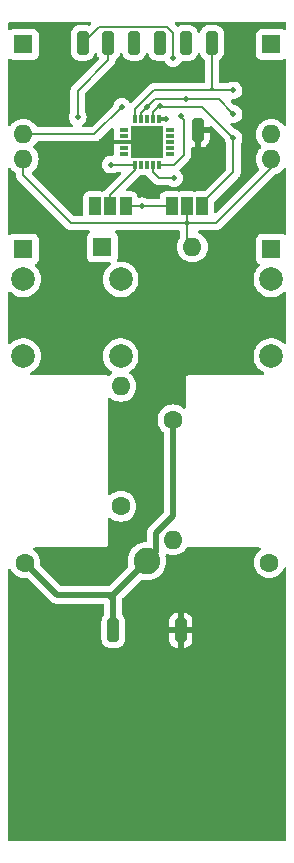
<source format=gbr>
%TF.GenerationSoftware,KiCad,Pcbnew,(7.0.0)*%
%TF.CreationDate,2023-07-04T16:48:58+02:00*%
%TF.ProjectId,attiny85_remote,61747469-6e79-4383-955f-72656d6f7465,rev?*%
%TF.SameCoordinates,Original*%
%TF.FileFunction,Copper,L2,Bot*%
%TF.FilePolarity,Positive*%
%FSLAX46Y46*%
G04 Gerber Fmt 4.6, Leading zero omitted, Abs format (unit mm)*
G04 Created by KiCad (PCBNEW (7.0.0)) date 2023-07-04 16:48:58*
%MOMM*%
%LPD*%
G01*
G04 APERTURE LIST*
G04 Aperture macros list*
%AMRoundRect*
0 Rectangle with rounded corners*
0 $1 Rounding radius*
0 $2 $3 $4 $5 $6 $7 $8 $9 X,Y pos of 4 corners*
0 Add a 4 corners polygon primitive as box body*
4,1,4,$2,$3,$4,$5,$6,$7,$8,$9,$2,$3,0*
0 Add four circle primitives for the rounded corners*
1,1,$1+$1,$2,$3*
1,1,$1+$1,$4,$5*
1,1,$1+$1,$6,$7*
1,1,$1+$1,$8,$9*
0 Add four rect primitives between the rounded corners*
20,1,$1+$1,$2,$3,$4,$5,0*
20,1,$1+$1,$4,$5,$6,$7,0*
20,1,$1+$1,$6,$7,$8,$9,0*
20,1,$1+$1,$8,$9,$2,$3,0*%
G04 Aperture macros list end*
%TA.AperFunction,SMDPad,CuDef*%
%ADD10R,1.000000X1.500000*%
%TD*%
%TA.AperFunction,SMDPad,CuDef*%
%ADD11RoundRect,0.250000X0.250000X0.750000X-0.250000X0.750000X-0.250000X-0.750000X0.250000X-0.750000X0*%
%TD*%
%TA.AperFunction,ComponentPad*%
%ADD12C,2.250000*%
%TD*%
%TA.AperFunction,ComponentPad*%
%ADD13C,1.755000*%
%TD*%
%TA.AperFunction,ComponentPad*%
%ADD14C,1.600000*%
%TD*%
%TA.AperFunction,ComponentPad*%
%ADD15C,2.000000*%
%TD*%
%TA.AperFunction,ComponentPad*%
%ADD16R,1.600000X1.600000*%
%TD*%
%TA.AperFunction,ComponentPad*%
%ADD17O,1.600000X1.600000*%
%TD*%
%TA.AperFunction,SMDPad,CuDef*%
%ADD18R,0.300000X0.800000*%
%TD*%
%TA.AperFunction,SMDPad,CuDef*%
%ADD19R,0.800000X0.300000*%
%TD*%
%TA.AperFunction,SMDPad,CuDef*%
%ADD20R,2.750000X2.750000*%
%TD*%
%TA.AperFunction,ViaPad*%
%ADD21C,0.500000*%
%TD*%
%TA.AperFunction,ViaPad*%
%ADD22C,0.800000*%
%TD*%
%TA.AperFunction,Conductor*%
%ADD23C,0.200000*%
%TD*%
%TA.AperFunction,Conductor*%
%ADD24C,0.500000*%
%TD*%
%TA.AperFunction,Conductor*%
%ADD25C,0.300000*%
%TD*%
G04 APERTURE END LIST*
D10*
%TO.P,J2,1,Pin_1*%
%TO.N,/DRV*%
X193157142Y-60357499D03*
%TO.P,J2,2,Pin_2*%
%TO.N,Net-(D1-A)*%
X194457142Y-60357499D03*
%TO.P,J2,3,Pin_3*%
%TO.N,/INT0*%
X195757142Y-60357499D03*
%TD*%
D11*
%TO.P,REF\u002A\u002A,1*%
%TO.N,GND*%
X195375000Y-53875000D03*
%TD*%
D12*
%TO.P,BT1,+*%
%TO.N,+3.3V*%
X191075000Y-90400000D03*
D13*
%TO.P,BT1,-*%
%TO.N,GND*%
X191075000Y-110400000D03*
%TD*%
D14*
%TO.P,C2,1*%
%TO.N,GND*%
X185725000Y-90525000D03*
%TO.P,C2,2*%
%TO.N,+3.3V*%
X180725000Y-90525000D03*
%TD*%
%TO.P,C1,1*%
%TO.N,GND*%
X196425000Y-90525000D03*
%TO.P,C1,2*%
%TO.N,+3.3V*%
X201425000Y-90525000D03*
%TD*%
D11*
%TO.P,REF\u002A\u002A,1*%
%TO.N,/PB4*%
X187815000Y-46525000D03*
%TD*%
%TO.P,REF\u002A\u002A,1*%
%TO.N,/MISO*%
X194385000Y-46525000D03*
%TD*%
%TO.P,REF\u002A\u002A,1*%
%TO.N,/PB5*%
X185625000Y-46525000D03*
%TD*%
%TO.P,REF\u002A\u002A,1*%
%TO.N,/PB3*%
X190005000Y-46525000D03*
%TD*%
D15*
%TO.P,SW1,1,1*%
%TO.N,Net-(D5-K)*%
X201600000Y-73050000D03*
X201600000Y-66550000D03*
%TO.P,SW1,2,2*%
%TO.N,GND*%
X197100000Y-73050000D03*
X197100000Y-66550000D03*
%TD*%
D16*
%TO.P,D6,1,K*%
%TO.N,Net-(D5-K)*%
X201599999Y-46654999D03*
D17*
%TO.P,D6,2,A*%
%TO.N,/MOSI*%
X201599999Y-54274999D03*
%TD*%
D18*
%TO.P,Attiny85,1,PB5*%
%TO.N,/PB5*%
X192099999Y-56849999D03*
%TO.P,Attiny85,2,PB3*%
%TO.N,/PB3*%
X191599999Y-56849999D03*
%TO.P,Attiny85,3,DNC*%
%TO.N,unconnected-(IC1-DNC-Pad3)*%
X191099999Y-56849999D03*
%TO.P,Attiny85,4,DNC*%
%TO.N,unconnected-(IC1-DNC-Pad4)*%
X190599999Y-56849999D03*
%TO.P,Attiny85,5,PB4*%
%TO.N,/PB4*%
X190099999Y-56849999D03*
D19*
%TO.P,Attiny85,6,DNC*%
%TO.N,unconnected-(IC1-DNC-Pad6)*%
X189149999Y-55899999D03*
%TO.P,Attiny85,7,DNC*%
%TO.N,unconnected-(IC1-DNC-Pad7)*%
X189149999Y-55399999D03*
%TO.P,Attiny85,8,GND*%
%TO.N,GND*%
X189149999Y-54899999D03*
%TO.P,Attiny85,9,DNC*%
%TO.N,unconnected-(IC1-DNC-Pad9)*%
X189149999Y-54399999D03*
%TO.P,Attiny85,10,DNC*%
%TO.N,unconnected-(IC1-DNC-Pad10)*%
X189149999Y-53899999D03*
D18*
%TO.P,Attiny85,11,PB0*%
%TO.N,/MOSI*%
X190099999Y-52949999D03*
%TO.P,Attiny85,12,PB1*%
%TO.N,/MISO*%
X190599999Y-52949999D03*
%TO.P,Attiny85,13,DNC*%
%TO.N,unconnected-(IC1-DNC-Pad13)*%
X191099999Y-52949999D03*
%TO.P,Attiny85,14,PB2*%
%TO.N,/INT0*%
X191599999Y-52949999D03*
%TO.P,Attiny85,15,VCC*%
%TO.N,VCC*%
X192099999Y-52949999D03*
D19*
%TO.P,Attiny85,16,DNC*%
%TO.N,unconnected-(IC1-DNC-Pad16)*%
X193049999Y-53899999D03*
%TO.P,Attiny85,17,DNC*%
%TO.N,unconnected-(IC1-DNC-Pad17)*%
X193049999Y-54399999D03*
%TO.P,Attiny85,18,DNC*%
%TO.N,unconnected-(IC1-DNC-Pad18)*%
X193049999Y-54899999D03*
%TO.P,Attiny85,19,DNC*%
%TO.N,unconnected-(IC1-DNC-Pad19)*%
X193049999Y-55399999D03*
%TO.P,Attiny85,20,DNC*%
%TO.N,unconnected-(IC1-DNC-Pad20)*%
X193049999Y-55899999D03*
D20*
%TO.P,Attiny85,21,GND*%
%TO.N,GND*%
X191099999Y-54899999D03*
%TD*%
D14*
%TO.P,R2,1*%
%TO.N,Net-(Q1-G)*%
X188875000Y-85760000D03*
D17*
%TO.P,R2,2*%
%TO.N,/DRV*%
X188874999Y-75599999D03*
%TD*%
D16*
%TO.P,D3,1,K*%
%TO.N,Net-(D3-K)*%
X180599999Y-63994999D03*
D17*
%TO.P,D3,2,A*%
%TO.N,Net-(D1-A)*%
X180599999Y-56374999D03*
%TD*%
D15*
%TO.P,SW3,1,1*%
%TO.N,Net-(D1-K)*%
X188850000Y-66550000D03*
X188850000Y-73050000D03*
%TO.P,SW3,2,2*%
%TO.N,GND*%
X193350000Y-66550000D03*
X193350000Y-73050000D03*
%TD*%
D11*
%TO.P,REF\u002A\u002A,1*%
%TO.N,GND*%
X193925000Y-96275000D03*
%TD*%
D16*
%TO.P,D4,1,K*%
%TO.N,Net-(D3-K)*%
X180599999Y-46654999D03*
D17*
%TO.P,D4,2,A*%
%TO.N,/MISO*%
X180599999Y-54274999D03*
%TD*%
%TO.P,D5,2,A*%
%TO.N,Net-(D1-A)*%
X201599999Y-56374999D03*
D16*
%TO.P,D5,1,K*%
%TO.N,Net-(D5-K)*%
X201599999Y-63994999D03*
%TD*%
D10*
%TO.P,J1,1,Pin_1*%
%TO.N,/DRV*%
X189257142Y-60357499D03*
%TO.P,J1,2,Pin_2*%
%TO.N,/PB4*%
X187957142Y-60357499D03*
%TO.P,J1,3,Pin_3*%
%TO.N,/RST*%
X186657142Y-60357499D03*
%TD*%
D11*
%TO.P,REF\u002A\u002A,1*%
%TO.N,/MOSI*%
X196575000Y-46525000D03*
%TD*%
D14*
%TO.P,R1,1*%
%TO.N,+3.3V*%
X193275000Y-78440000D03*
D17*
%TO.P,R1,2*%
%TO.N,Net-(Q1-G)*%
X193274999Y-88599999D03*
%TD*%
D11*
%TO.P,REF\u002A\u002A,1*%
%TO.N,+3.3V*%
X188225000Y-96275000D03*
%TD*%
D15*
%TO.P,SW2,1,1*%
%TO.N,Net-(D3-K)*%
X180600000Y-66550000D03*
X180600000Y-73050000D03*
%TO.P,SW2,2,2*%
%TO.N,GND*%
X185100000Y-66550000D03*
X185100000Y-73050000D03*
%TD*%
D11*
%TO.P,REF\u002A\u002A,1*%
%TO.N,/INT0*%
X192195000Y-46525000D03*
%TD*%
D16*
%TO.P,D1,1,K*%
%TO.N,Net-(D1-K)*%
X187299999Y-63799999D03*
D17*
%TO.P,D1,2,A*%
%TO.N,Net-(D1-A)*%
X194919999Y-63799999D03*
%TD*%
D21*
%TO.N,GND*%
X196350000Y-53900000D03*
D22*
X189075000Y-82275000D03*
D21*
X197125000Y-55975000D03*
X190625000Y-59325000D03*
D22*
X191875000Y-85600000D03*
D21*
X195250000Y-54175000D03*
D22*
X188925000Y-79275000D03*
D21*
X197125000Y-56975000D03*
X180825000Y-94400000D03*
X197450000Y-48800000D03*
X190825000Y-55025000D03*
X190175000Y-54075000D03*
X194500000Y-58500000D03*
X193700000Y-90300000D03*
X201150000Y-94275000D03*
X180975000Y-113075000D03*
X183525000Y-63850000D03*
X196400000Y-108025000D03*
X185125000Y-57550000D03*
X191025000Y-49125000D03*
X201800000Y-113025000D03*
X187925000Y-58150000D03*
X195425000Y-49075000D03*
X198500000Y-46175000D03*
X184925000Y-48375000D03*
X185275000Y-56200000D03*
X183100000Y-46525000D03*
X191525000Y-95575000D03*
X191625000Y-54075000D03*
X186150000Y-107575000D03*
D22*
X188900000Y-88350000D03*
D21*
X188500000Y-50550000D03*
D22*
X190525000Y-77375000D03*
D21*
X180725000Y-51275000D03*
X198650000Y-90375000D03*
X199825000Y-46950000D03*
X195500000Y-53225000D03*
%TO.N,/INT0*%
X192175000Y-47250000D03*
X198400000Y-54575000D03*
X192175000Y-51900000D03*
%TO.N,/MOSI*%
X198400000Y-50550000D03*
%TO.N,/MISO*%
X188950000Y-51950000D03*
X194375000Y-51300000D03*
X191112500Y-51962500D03*
X194375000Y-47250000D03*
X198400000Y-52550000D03*
%TO.N,/PB5*%
X193300000Y-47800000D03*
X193925000Y-52750000D03*
%TO.N,/PB3*%
X190005000Y-46525000D03*
X193350000Y-57975000D03*
%TO.N,/PB4*%
X185200000Y-52825000D03*
X188025000Y-56825000D03*
%TO.N,VCC*%
X192675000Y-52950000D03*
%TO.N,/RST*%
X186650000Y-59875000D03*
%TO.N,/DRV*%
X190650000Y-60357500D03*
%TD*%
D23*
%TO.N,Net-(D1-A)*%
X194457143Y-63337143D02*
X194920000Y-63800000D01*
X194457143Y-61950000D02*
X194457143Y-63337143D01*
D24*
%TO.N,+3.3V*%
X187825000Y-93250000D02*
X188225000Y-93250000D01*
X193275000Y-86575000D02*
X193275000Y-78440000D01*
X191825000Y-88025000D02*
X193275000Y-86575000D01*
X188225000Y-93675000D02*
X188225000Y-93250000D01*
X191825000Y-89650000D02*
X191825000Y-88025000D01*
X191075000Y-90400000D02*
X191825000Y-89650000D01*
X180725000Y-90525000D02*
X183450000Y-93250000D01*
X188225000Y-96275000D02*
X188225000Y-93675000D01*
X188225000Y-93650000D02*
X188225000Y-93675000D01*
X188225000Y-93250000D02*
X191075000Y-90400000D01*
X187825000Y-93250000D02*
X188225000Y-93650000D01*
X183450000Y-93250000D02*
X187825000Y-93250000D01*
D25*
%TO.N,GND*%
X189150000Y-54900000D02*
X187325000Y-54900000D01*
X187325000Y-54900000D02*
X187300000Y-54875000D01*
X189150000Y-54900000D02*
X191100000Y-54900000D01*
D23*
%TO.N,/INT0*%
X192025000Y-51925000D02*
X192150000Y-51925000D01*
X195757143Y-60357500D02*
X195757143Y-60117857D01*
X191600000Y-52350000D02*
X192025000Y-51925000D01*
X191600000Y-52950000D02*
X191600000Y-52350000D01*
X198400000Y-57475000D02*
X198400000Y-54575000D01*
X192150000Y-51925000D02*
X192175000Y-51900000D01*
X195750000Y-51925000D02*
X198400000Y-54575000D01*
X195757143Y-60117857D02*
X198400000Y-57475000D01*
X192200000Y-51925000D02*
X195750000Y-51925000D01*
X192175000Y-51900000D02*
X192200000Y-51925000D01*
%TO.N,/MOSI*%
X196400000Y-50550000D02*
X196375000Y-50550000D01*
X190100000Y-52100000D02*
X191650000Y-50550000D01*
X196375000Y-50550000D02*
X198400000Y-50550000D01*
X196575000Y-46525000D02*
X196575000Y-50375000D01*
X191650000Y-50550000D02*
X196375000Y-50550000D01*
X196750000Y-50550000D02*
X198400000Y-50550000D01*
X196575000Y-50375000D02*
X196750000Y-50550000D01*
X196575000Y-50375000D02*
X196400000Y-50550000D01*
X190100000Y-52950000D02*
X190100000Y-52100000D01*
%TO.N,Net-(D1-A)*%
X193989642Y-61775000D02*
X194300000Y-61775000D01*
X194457143Y-61950000D02*
X194457143Y-61925000D01*
X194457143Y-61625000D02*
X194475000Y-61625000D01*
X194307143Y-61775000D02*
X194457143Y-61625000D01*
X194457143Y-60357500D02*
X194457143Y-61625000D01*
X201600000Y-57110000D02*
X201600000Y-56380000D01*
X180600000Y-56380000D02*
X180600000Y-57750000D01*
X194625000Y-61775000D02*
X194625000Y-61782143D01*
X194625000Y-61782143D02*
X194457143Y-61950000D01*
X195089643Y-61775000D02*
X196935000Y-61775000D01*
X194300000Y-61775000D02*
X194307143Y-61775000D01*
X194625000Y-61775000D02*
X195060357Y-61775000D01*
X180600000Y-57750000D02*
X184625000Y-61775000D01*
X184625000Y-61775000D02*
X193989642Y-61775000D01*
X196935000Y-61775000D02*
X201600000Y-57110000D01*
X194457143Y-61925000D02*
X194307143Y-61775000D01*
X194475000Y-61625000D02*
X194625000Y-61775000D01*
X194457143Y-61625000D02*
X194457143Y-61950000D01*
X194300000Y-61775000D02*
X194625000Y-61775000D01*
%TO.N,/MISO*%
X197150000Y-51300000D02*
X198400000Y-52550000D01*
X194375000Y-51300000D02*
X197150000Y-51300000D01*
X191112500Y-51962500D02*
X191775000Y-51300000D01*
X191775000Y-51300000D02*
X194375000Y-51300000D01*
X188950000Y-51950000D02*
X186625000Y-54275000D01*
X186625000Y-54275000D02*
X180600000Y-54275000D01*
X190600000Y-52475000D02*
X190600000Y-52950000D01*
X191112500Y-51962500D02*
X190600000Y-52475000D01*
%TO.N,/PB5*%
X192100000Y-56850000D02*
X193350000Y-56850000D01*
X194200000Y-56000000D02*
X194200000Y-53025000D01*
X187000000Y-45150000D02*
X185625000Y-46525000D01*
X193300000Y-45650000D02*
X192800000Y-45150000D01*
X194200000Y-53025000D02*
X193925000Y-52750000D01*
X193300000Y-47800000D02*
X193300000Y-45650000D01*
X193350000Y-56850000D02*
X194200000Y-56000000D01*
X192800000Y-45150000D02*
X187000000Y-45150000D01*
%TO.N,/PB3*%
X193350000Y-57975000D02*
X192075000Y-57975000D01*
X191600000Y-57500000D02*
X191600000Y-56850000D01*
X192075000Y-57975000D02*
X191600000Y-57500000D01*
%TO.N,/PB4*%
X187957143Y-60357500D02*
X187957143Y-59407500D01*
X185200000Y-50577818D02*
X185200000Y-52825000D01*
X187815000Y-47962818D02*
X185200000Y-50577818D01*
X190100000Y-56850000D02*
X188025000Y-56825000D01*
X190100000Y-57264643D02*
X190100000Y-56850000D01*
X187815000Y-46525000D02*
X187815000Y-47962818D01*
X187957143Y-59407500D02*
X190100000Y-57264643D01*
D25*
%TO.N,VCC*%
X192100000Y-52950000D02*
X192675000Y-52950000D01*
D23*
%TO.N,/DRV*%
X190650000Y-60357500D02*
X189257143Y-60357500D01*
X190650000Y-60357500D02*
X193157143Y-60357500D01*
%TD*%
%TA.AperFunction,Conductor*%
%TO.N,GND*%
G36*
X194525399Y-89226975D02*
G01*
X194548886Y-89233657D01*
X194559750Y-89237298D01*
X194583109Y-89246348D01*
X194583110Y-89246348D01*
X194593827Y-89250500D01*
X194605321Y-89250500D01*
X194607739Y-89250952D01*
X194608014Y-89251016D01*
X194608280Y-89251029D01*
X194610743Y-89251257D01*
X194621793Y-89254401D01*
X194658183Y-89251028D01*
X194669624Y-89250500D01*
X200584544Y-89250500D01*
X200644661Y-89266047D01*
X200689702Y-89308790D01*
X200708374Y-89368011D01*
X200695994Y-89428859D01*
X200655667Y-89476075D01*
X200590296Y-89521847D01*
X200590291Y-89521850D01*
X200585861Y-89524953D01*
X200582037Y-89528776D01*
X200582031Y-89528782D01*
X200428782Y-89682031D01*
X200428776Y-89682037D01*
X200424953Y-89685861D01*
X200421850Y-89690291D01*
X200421847Y-89690296D01*
X200297540Y-89867826D01*
X200297535Y-89867833D01*
X200294432Y-89872266D01*
X200292144Y-89877172D01*
X200292142Y-89877176D01*
X200200550Y-90073594D01*
X200200547Y-90073599D01*
X200198261Y-90078504D01*
X200196862Y-90083724D01*
X200196858Y-90083736D01*
X200140764Y-90293083D01*
X200140762Y-90293094D01*
X200139365Y-90298308D01*
X200119532Y-90525000D01*
X200120004Y-90530394D01*
X200120004Y-90530395D01*
X200130911Y-90655070D01*
X200139365Y-90751692D01*
X200140762Y-90756907D01*
X200140764Y-90756916D01*
X200196858Y-90966263D01*
X200196861Y-90966271D01*
X200198261Y-90971496D01*
X200294432Y-91177734D01*
X200424953Y-91364139D01*
X200585861Y-91525047D01*
X200772266Y-91655568D01*
X200978504Y-91751739D01*
X201198308Y-91810635D01*
X201425000Y-91830468D01*
X201651692Y-91810635D01*
X201871496Y-91751739D01*
X202077734Y-91655568D01*
X202264139Y-91525047D01*
X202425047Y-91364139D01*
X202555568Y-91177734D01*
X202638118Y-91000705D01*
X202681160Y-90950310D01*
X202744011Y-90929281D01*
X202808715Y-90943626D01*
X202856789Y-90989246D01*
X202874500Y-91053111D01*
X202874500Y-114000500D01*
X202857887Y-114062500D01*
X202812500Y-114107887D01*
X202750500Y-114124500D01*
X179449500Y-114124500D01*
X179387500Y-114107887D01*
X179342113Y-114062500D01*
X179325500Y-114000500D01*
X179325500Y-91160336D01*
X179343211Y-91096471D01*
X179391285Y-91050851D01*
X179455989Y-91036506D01*
X179518840Y-91057535D01*
X179561882Y-91107931D01*
X179594432Y-91177734D01*
X179724953Y-91364139D01*
X179885861Y-91525047D01*
X180072266Y-91655568D01*
X180278504Y-91751739D01*
X180498308Y-91810635D01*
X180725000Y-91830468D01*
X180891861Y-91815869D01*
X180945077Y-91822875D01*
X180990348Y-91851716D01*
X182874270Y-93735638D01*
X182886052Y-93749271D01*
X182900390Y-93768530D01*
X182905917Y-93773167D01*
X182905922Y-93773173D01*
X182938337Y-93800372D01*
X182946313Y-93807680D01*
X182950223Y-93811591D01*
X182974556Y-93830831D01*
X182977310Y-93833073D01*
X183034786Y-93881302D01*
X183041245Y-93884546D01*
X183044134Y-93886446D01*
X183044413Y-93886648D01*
X183044713Y-93886815D01*
X183047654Y-93888629D01*
X183053323Y-93893111D01*
X183121321Y-93924819D01*
X183124534Y-93926374D01*
X183191567Y-93960040D01*
X183198594Y-93961705D01*
X183201835Y-93962885D01*
X183202164Y-93963021D01*
X183202498Y-93963116D01*
X183205778Y-93964202D01*
X183212327Y-93967257D01*
X183285894Y-93982447D01*
X183289257Y-93983193D01*
X183362279Y-94000500D01*
X183369510Y-94000500D01*
X183372933Y-94000900D01*
X183373285Y-94000957D01*
X183373626Y-94000972D01*
X183377069Y-94001273D01*
X183384144Y-94002734D01*
X183459129Y-94000552D01*
X183462737Y-94000500D01*
X187350500Y-94000500D01*
X187412500Y-94017113D01*
X187457887Y-94062500D01*
X187474500Y-94124500D01*
X187474500Y-94912770D01*
X187465061Y-94960223D01*
X187438181Y-95000451D01*
X187387393Y-95051238D01*
X187387389Y-95051242D01*
X187382288Y-95056344D01*
X187378503Y-95062480D01*
X187378497Y-95062488D01*
X187293977Y-95199519D01*
X187290186Y-95205666D01*
X187287915Y-95212517D01*
X187287914Y-95212521D01*
X187237131Y-95365774D01*
X187235001Y-95372203D01*
X187234313Y-95378933D01*
X187234312Y-95378940D01*
X187224819Y-95471859D01*
X187224818Y-95471877D01*
X187224500Y-95474991D01*
X187224500Y-95478138D01*
X187224500Y-95478139D01*
X187224500Y-97071859D01*
X187224500Y-97071878D01*
X187224501Y-97075008D01*
X187224820Y-97078140D01*
X187224821Y-97078141D01*
X187234312Y-97171061D01*
X187234313Y-97171069D01*
X187235001Y-97177797D01*
X187290186Y-97344334D01*
X187293977Y-97350480D01*
X187378497Y-97487511D01*
X187378500Y-97487515D01*
X187382288Y-97493656D01*
X187506344Y-97617712D01*
X187512485Y-97621500D01*
X187512488Y-97621502D01*
X187569558Y-97656702D01*
X187655666Y-97709814D01*
X187822203Y-97764999D01*
X187924991Y-97775500D01*
X188525008Y-97775499D01*
X188627797Y-97764999D01*
X188794334Y-97709814D01*
X188943656Y-97617712D01*
X189067712Y-97493656D01*
X189159814Y-97344334D01*
X189214999Y-97177797D01*
X189225500Y-97075009D01*
X189225500Y-97071829D01*
X192925001Y-97071829D01*
X192925321Y-97078111D01*
X192934805Y-97170959D01*
X192937623Y-97184122D01*
X192988370Y-97337267D01*
X192994432Y-97350266D01*
X193078890Y-97487194D01*
X193087794Y-97498455D01*
X193201544Y-97612205D01*
X193212805Y-97621109D01*
X193349733Y-97705567D01*
X193362732Y-97711629D01*
X193515874Y-97762375D01*
X193529041Y-97765194D01*
X193621890Y-97774680D01*
X193628168Y-97775000D01*
X193658674Y-97775000D01*
X193671549Y-97771549D01*
X193675000Y-97758674D01*
X193675000Y-97758673D01*
X194175000Y-97758673D01*
X194178450Y-97771548D01*
X194191326Y-97774999D01*
X194221829Y-97774999D01*
X194228111Y-97774678D01*
X194320959Y-97765194D01*
X194334122Y-97762376D01*
X194487267Y-97711629D01*
X194500266Y-97705567D01*
X194637194Y-97621109D01*
X194648455Y-97612205D01*
X194762205Y-97498455D01*
X194771109Y-97487194D01*
X194855567Y-97350266D01*
X194861629Y-97337267D01*
X194912375Y-97184125D01*
X194915194Y-97170958D01*
X194924680Y-97078109D01*
X194925000Y-97071832D01*
X194925000Y-96541326D01*
X194921549Y-96528450D01*
X194908674Y-96525000D01*
X194191326Y-96525000D01*
X194178450Y-96528450D01*
X194175000Y-96541326D01*
X194175000Y-97758673D01*
X193675000Y-97758673D01*
X193675000Y-96541326D01*
X193671549Y-96528450D01*
X193658674Y-96525000D01*
X192941327Y-96525000D01*
X192928451Y-96528450D01*
X192925001Y-96541326D01*
X192925001Y-97071829D01*
X189225500Y-97071829D01*
X189225499Y-96008674D01*
X192925000Y-96008674D01*
X192928450Y-96021549D01*
X192941326Y-96025000D01*
X193658674Y-96025000D01*
X193671549Y-96021549D01*
X193675000Y-96008674D01*
X194175000Y-96008674D01*
X194178450Y-96021549D01*
X194191326Y-96025000D01*
X194908673Y-96025000D01*
X194921548Y-96021549D01*
X194924999Y-96008674D01*
X194924999Y-95478171D01*
X194924678Y-95471888D01*
X194915194Y-95379040D01*
X194912376Y-95365877D01*
X194861629Y-95212732D01*
X194855567Y-95199733D01*
X194771109Y-95062805D01*
X194762205Y-95051544D01*
X194648455Y-94937794D01*
X194637194Y-94928890D01*
X194500266Y-94844432D01*
X194487267Y-94838370D01*
X194334125Y-94787624D01*
X194320958Y-94784805D01*
X194228109Y-94775319D01*
X194221832Y-94775000D01*
X194191326Y-94775000D01*
X194178450Y-94778450D01*
X194175000Y-94791326D01*
X194175000Y-96008674D01*
X193675000Y-96008674D01*
X193675000Y-94791327D01*
X193671549Y-94778451D01*
X193658674Y-94775001D01*
X193628171Y-94775001D01*
X193621888Y-94775321D01*
X193529040Y-94784805D01*
X193515877Y-94787623D01*
X193362732Y-94838370D01*
X193349733Y-94844432D01*
X193212805Y-94928890D01*
X193201544Y-94937794D01*
X193087794Y-95051544D01*
X193078890Y-95062805D01*
X192994432Y-95199733D01*
X192988370Y-95212732D01*
X192937624Y-95365874D01*
X192934805Y-95379041D01*
X192925319Y-95471890D01*
X192925000Y-95478168D01*
X192925000Y-96008674D01*
X189225499Y-96008674D01*
X189225499Y-95474992D01*
X189214999Y-95372203D01*
X189159814Y-95205666D01*
X189106702Y-95119558D01*
X189071502Y-95062488D01*
X189071500Y-95062485D01*
X189067712Y-95056344D01*
X189011819Y-95000451D01*
X188984939Y-94960223D01*
X188975500Y-94912770D01*
X188975500Y-93713707D01*
X188976809Y-93695736D01*
X188977297Y-93692396D01*
X188980289Y-93671977D01*
X188976004Y-93623002D01*
X188983010Y-93569787D01*
X189011849Y-93524518D01*
X190533734Y-92002632D01*
X190587755Y-91970970D01*
X190650359Y-91969741D01*
X190819930Y-92010452D01*
X191075000Y-92030526D01*
X191330070Y-92010452D01*
X191578860Y-91950722D01*
X191815243Y-91852809D01*
X192033399Y-91719123D01*
X192227956Y-91552956D01*
X192394123Y-91358399D01*
X192527809Y-91140243D01*
X192625722Y-90903860D01*
X192685452Y-90655070D01*
X192705526Y-90400000D01*
X192685452Y-90144930D01*
X192641410Y-89961484D01*
X192644478Y-89892937D01*
X192683528Y-89836514D01*
X192746604Y-89809497D01*
X192814388Y-89820156D01*
X192828504Y-89826739D01*
X192833734Y-89828140D01*
X192833736Y-89828141D01*
X192998414Y-89872266D01*
X193048308Y-89885635D01*
X193275000Y-89905468D01*
X193501692Y-89885635D01*
X193721496Y-89826739D01*
X193927734Y-89730568D01*
X194114139Y-89600047D01*
X194275047Y-89439139D01*
X194389895Y-89275116D01*
X194426912Y-89240372D01*
X194474755Y-89223374D01*
X194525399Y-89226975D01*
G37*
%TD.AperFunction*%
%TA.AperFunction,Conductor*%
G36*
X202816210Y-57110298D02*
G01*
X202858953Y-57155339D01*
X202874500Y-57215456D01*
X202874500Y-62677283D01*
X202855995Y-62742450D01*
X202806004Y-62788167D01*
X202739447Y-62800789D01*
X202676189Y-62776550D01*
X202649431Y-62756519D01*
X202649430Y-62756518D01*
X202642331Y-62751204D01*
X202507483Y-62700909D01*
X202499770Y-62700079D01*
X202499767Y-62700079D01*
X202451180Y-62694855D01*
X202451169Y-62694854D01*
X202447873Y-62694500D01*
X202444550Y-62694500D01*
X200755439Y-62694500D01*
X200755420Y-62694500D01*
X200752128Y-62694501D01*
X200748850Y-62694853D01*
X200748838Y-62694854D01*
X200700231Y-62700079D01*
X200700225Y-62700080D01*
X200692517Y-62700909D01*
X200685252Y-62703618D01*
X200685246Y-62703620D01*
X200565980Y-62748104D01*
X200565978Y-62748104D01*
X200557669Y-62751204D01*
X200550572Y-62756516D01*
X200550568Y-62756519D01*
X200449550Y-62832141D01*
X200449546Y-62832144D01*
X200442454Y-62837454D01*
X200437144Y-62844546D01*
X200437141Y-62844550D01*
X200361519Y-62945568D01*
X200361516Y-62945572D01*
X200356204Y-62952669D01*
X200353104Y-62960978D01*
X200353104Y-62960980D01*
X200308620Y-63080247D01*
X200308619Y-63080250D01*
X200305909Y-63087517D01*
X200305079Y-63095227D01*
X200305079Y-63095232D01*
X200299855Y-63143819D01*
X200299854Y-63143831D01*
X200299500Y-63147127D01*
X200299500Y-63150448D01*
X200299500Y-63150449D01*
X200299500Y-64839560D01*
X200299500Y-64839578D01*
X200299501Y-64842872D01*
X200299853Y-64846150D01*
X200299854Y-64846161D01*
X200305079Y-64894768D01*
X200305080Y-64894773D01*
X200305909Y-64902483D01*
X200308619Y-64909749D01*
X200308620Y-64909753D01*
X200323799Y-64950449D01*
X200356204Y-65037331D01*
X200361518Y-65044430D01*
X200361519Y-65044431D01*
X200403491Y-65100499D01*
X200442454Y-65152546D01*
X200557669Y-65238796D01*
X200562019Y-65240418D01*
X200603280Y-65277866D01*
X200623776Y-65332423D01*
X200617085Y-65390317D01*
X200584684Y-65438760D01*
X200584293Y-65439119D01*
X200580256Y-65442262D01*
X200576796Y-65446020D01*
X200576789Y-65446027D01*
X200415311Y-65621439D01*
X200415305Y-65621446D01*
X200411836Y-65625215D01*
X200409031Y-65629506D01*
X200409028Y-65629512D01*
X200278631Y-65829099D01*
X200278624Y-65829111D01*
X200275827Y-65833393D01*
X200273772Y-65838077D01*
X200273766Y-65838089D01*
X200177997Y-66056422D01*
X200175937Y-66061119D01*
X200174679Y-66066084D01*
X200174678Y-66066089D01*
X200116151Y-66297204D01*
X200116149Y-66297213D01*
X200114892Y-66302179D01*
X200114468Y-66307288D01*
X200114467Y-66307298D01*
X200094781Y-66544883D01*
X200094357Y-66550000D01*
X200094781Y-66555117D01*
X200114467Y-66792701D01*
X200114468Y-66792709D01*
X200114892Y-66797821D01*
X200116149Y-66802788D01*
X200116151Y-66802795D01*
X200174678Y-67033910D01*
X200175937Y-67038881D01*
X200177997Y-67043577D01*
X200273766Y-67261910D01*
X200273769Y-67261916D01*
X200275827Y-67266607D01*
X200278627Y-67270893D01*
X200278631Y-67270900D01*
X200406675Y-67466885D01*
X200411836Y-67474785D01*
X200415310Y-67478559D01*
X200415311Y-67478560D01*
X200576784Y-67653967D01*
X200576787Y-67653970D01*
X200580256Y-67657738D01*
X200776491Y-67810474D01*
X200995190Y-67928828D01*
X201230386Y-68009571D01*
X201475665Y-68050500D01*
X201719201Y-68050500D01*
X201724335Y-68050500D01*
X201969614Y-68009571D01*
X202204810Y-67928828D01*
X202423509Y-67810474D01*
X202619744Y-67657738D01*
X202659270Y-67614800D01*
X202708303Y-67582185D01*
X202766854Y-67575867D01*
X202821717Y-67597274D01*
X202860516Y-67641578D01*
X202874500Y-67698784D01*
X202874500Y-71901216D01*
X202860516Y-71958422D01*
X202821717Y-72002726D01*
X202766854Y-72024133D01*
X202708303Y-72017815D01*
X202659270Y-71985199D01*
X202634620Y-71958422D01*
X202619744Y-71942262D01*
X202423509Y-71789526D01*
X202418997Y-71787084D01*
X202209316Y-71673610D01*
X202209310Y-71673607D01*
X202204810Y-71671172D01*
X202199969Y-71669510D01*
X202199962Y-71669507D01*
X201974465Y-71592094D01*
X201974461Y-71592093D01*
X201969614Y-71590429D01*
X201960768Y-71588952D01*
X201729398Y-71550344D01*
X201729387Y-71550343D01*
X201724335Y-71549500D01*
X201475665Y-71549500D01*
X201470613Y-71550343D01*
X201470601Y-71550344D01*
X201235443Y-71589585D01*
X201235441Y-71589585D01*
X201230386Y-71590429D01*
X201225541Y-71592092D01*
X201225534Y-71592094D01*
X201000037Y-71669507D01*
X201000026Y-71669511D01*
X200995190Y-71671172D01*
X200990693Y-71673605D01*
X200990683Y-71673610D01*
X200781002Y-71787084D01*
X200780995Y-71787088D01*
X200776491Y-71789526D01*
X200772448Y-71792672D01*
X200772440Y-71792678D01*
X200584304Y-71939111D01*
X200580256Y-71942262D01*
X200576793Y-71946023D01*
X200576784Y-71946032D01*
X200415311Y-72121439D01*
X200415305Y-72121446D01*
X200411836Y-72125215D01*
X200409031Y-72129506D01*
X200409028Y-72129512D01*
X200278631Y-72329099D01*
X200278624Y-72329111D01*
X200275827Y-72333393D01*
X200273772Y-72338077D01*
X200273766Y-72338089D01*
X200177997Y-72556422D01*
X200175937Y-72561119D01*
X200174679Y-72566084D01*
X200174678Y-72566089D01*
X200116151Y-72797204D01*
X200116149Y-72797213D01*
X200114892Y-72802179D01*
X200114468Y-72807288D01*
X200114467Y-72807298D01*
X200094781Y-73044883D01*
X200094357Y-73050000D01*
X200094781Y-73055117D01*
X200114467Y-73292701D01*
X200114468Y-73292709D01*
X200114892Y-73297821D01*
X200116149Y-73302788D01*
X200116151Y-73302795D01*
X200174678Y-73533910D01*
X200175937Y-73538881D01*
X200177997Y-73543577D01*
X200273766Y-73761910D01*
X200273769Y-73761916D01*
X200275827Y-73766607D01*
X200278627Y-73770893D01*
X200278631Y-73770900D01*
X200406675Y-73966885D01*
X200411836Y-73974785D01*
X200415310Y-73978559D01*
X200415311Y-73978560D01*
X200576784Y-74153967D01*
X200576787Y-74153970D01*
X200580256Y-74157738D01*
X200776491Y-74310474D01*
X200972310Y-74416445D01*
X201019285Y-74461148D01*
X201037274Y-74523450D01*
X201021355Y-74586313D01*
X200975882Y-74632544D01*
X200913291Y-74649500D01*
X194703160Y-74649500D01*
X194691720Y-74648971D01*
X194689256Y-74648742D01*
X194678207Y-74645599D01*
X194666767Y-74646659D01*
X194641817Y-74648971D01*
X194630376Y-74649500D01*
X194622156Y-74649500D01*
X194616534Y-74650550D01*
X194616519Y-74650552D01*
X194614066Y-74651011D01*
X194602740Y-74652591D01*
X194577778Y-74654904D01*
X194577773Y-74654905D01*
X194566340Y-74655965D01*
X194556057Y-74661084D01*
X194553661Y-74661766D01*
X194553412Y-74661824D01*
X194553180Y-74661927D01*
X194550853Y-74662828D01*
X194539567Y-74664939D01*
X194529805Y-74670982D01*
X194529800Y-74670985D01*
X194508494Y-74684177D01*
X194498496Y-74689745D01*
X194476057Y-74700918D01*
X194476047Y-74700925D01*
X194465772Y-74706042D01*
X194458036Y-74714526D01*
X194456051Y-74716026D01*
X194455838Y-74716171D01*
X194455649Y-74716361D01*
X194453814Y-74718033D01*
X194444048Y-74724081D01*
X194437125Y-74733247D01*
X194437124Y-74733249D01*
X194422025Y-74753243D01*
X194414712Y-74762049D01*
X194397822Y-74780576D01*
X194397816Y-74780584D01*
X194390084Y-74789067D01*
X194385936Y-74799772D01*
X194384618Y-74801901D01*
X194384477Y-74802105D01*
X194384369Y-74802352D01*
X194383263Y-74804571D01*
X194376344Y-74813736D01*
X194373201Y-74824779D01*
X194373201Y-74824781D01*
X194366343Y-74848885D01*
X194362705Y-74859739D01*
X194349500Y-74893827D01*
X194349500Y-74905318D01*
X194349047Y-74907741D01*
X194348983Y-74908011D01*
X194348971Y-74908280D01*
X194348742Y-74910743D01*
X194345599Y-74921793D01*
X194346658Y-74933232D01*
X194346659Y-74933232D01*
X194348971Y-74958183D01*
X194349500Y-74969624D01*
X194349500Y-77375952D01*
X194335985Y-77432247D01*
X194298385Y-77476270D01*
X194244898Y-77498425D01*
X194187182Y-77493883D01*
X194137819Y-77463633D01*
X194117968Y-77443782D01*
X194114139Y-77439953D01*
X193927734Y-77309432D01*
X193721496Y-77213261D01*
X193716271Y-77211861D01*
X193716263Y-77211858D01*
X193506916Y-77155764D01*
X193506907Y-77155762D01*
X193501692Y-77154365D01*
X193496304Y-77153893D01*
X193496301Y-77153893D01*
X193280395Y-77135004D01*
X193275000Y-77134532D01*
X193269605Y-77135004D01*
X193053698Y-77153893D01*
X193053693Y-77153893D01*
X193048308Y-77154365D01*
X193043094Y-77155762D01*
X193043083Y-77155764D01*
X192833736Y-77211858D01*
X192833724Y-77211862D01*
X192828504Y-77213261D01*
X192823599Y-77215547D01*
X192823594Y-77215550D01*
X192627176Y-77307142D01*
X192627172Y-77307144D01*
X192622266Y-77309432D01*
X192617833Y-77312535D01*
X192617826Y-77312540D01*
X192440296Y-77436847D01*
X192440291Y-77436850D01*
X192435861Y-77439953D01*
X192432037Y-77443776D01*
X192432031Y-77443782D01*
X192278782Y-77597031D01*
X192278776Y-77597037D01*
X192274953Y-77600861D01*
X192271850Y-77605291D01*
X192271847Y-77605296D01*
X192147540Y-77782826D01*
X192147535Y-77782833D01*
X192144432Y-77787266D01*
X192142144Y-77792172D01*
X192142142Y-77792176D01*
X192050550Y-77988594D01*
X192050547Y-77988599D01*
X192048261Y-77993504D01*
X192046862Y-77998724D01*
X192046858Y-77998736D01*
X191990764Y-78208083D01*
X191990762Y-78208094D01*
X191989365Y-78213308D01*
X191969532Y-78440000D01*
X191989365Y-78666692D01*
X191990762Y-78671907D01*
X191990764Y-78671916D01*
X192046858Y-78881263D01*
X192046861Y-78881271D01*
X192048261Y-78886496D01*
X192144432Y-79092734D01*
X192274953Y-79279139D01*
X192435861Y-79440047D01*
X192471624Y-79465088D01*
X192510489Y-79509406D01*
X192524500Y-79566663D01*
X192524500Y-86212771D01*
X192515061Y-86260224D01*
X192488181Y-86300452D01*
X191339358Y-87449272D01*
X191325730Y-87461050D01*
X191312263Y-87471076D01*
X191312257Y-87471081D01*
X191306470Y-87475390D01*
X191301832Y-87480916D01*
X191301830Y-87480919D01*
X191274633Y-87513330D01*
X191267350Y-87521280D01*
X191265969Y-87522661D01*
X191265955Y-87522676D01*
X191263409Y-87525223D01*
X191261173Y-87528050D01*
X191261171Y-87528053D01*
X191244176Y-87549546D01*
X191241902Y-87552337D01*
X191198339Y-87604254D01*
X191198335Y-87604258D01*
X191193698Y-87609786D01*
X191190460Y-87616230D01*
X191188537Y-87619155D01*
X191188352Y-87619411D01*
X191188192Y-87619698D01*
X191186363Y-87622663D01*
X191181889Y-87628323D01*
X191178839Y-87634862D01*
X191178838Y-87634865D01*
X191150192Y-87696294D01*
X191148623Y-87699536D01*
X191118196Y-87760122D01*
X191118194Y-87760127D01*
X191114960Y-87766567D01*
X191113296Y-87773584D01*
X191112109Y-87776847D01*
X191111977Y-87777163D01*
X191111888Y-87777480D01*
X191110791Y-87780787D01*
X191107743Y-87787327D01*
X191106284Y-87794390D01*
X191106283Y-87794395D01*
X191092574Y-87860787D01*
X191091794Y-87864306D01*
X191076164Y-87930255D01*
X191076163Y-87930260D01*
X191074500Y-87937279D01*
X191074500Y-87944491D01*
X191074097Y-87947939D01*
X191074043Y-87948273D01*
X191074028Y-87948626D01*
X191073726Y-87952070D01*
X191072266Y-87959144D01*
X191072476Y-87966360D01*
X191072476Y-87966361D01*
X191074448Y-88034130D01*
X191074500Y-88037737D01*
X191074500Y-88654888D01*
X191059473Y-88714056D01*
X191018035Y-88758883D01*
X190960229Y-88778506D01*
X190824779Y-88789166D01*
X190824774Y-88789166D01*
X190819930Y-88789548D01*
X190815207Y-88790681D01*
X190815200Y-88790683D01*
X190575869Y-88848142D01*
X190575861Y-88848144D01*
X190571140Y-88849278D01*
X190566647Y-88851138D01*
X190566644Y-88851140D01*
X190339261Y-88945325D01*
X190339256Y-88945327D01*
X190334757Y-88947191D01*
X190330604Y-88949735D01*
X190330598Y-88949739D01*
X190120758Y-89078328D01*
X190120744Y-89078338D01*
X190116601Y-89080877D01*
X190112901Y-89084036D01*
X190112890Y-89084045D01*
X189925751Y-89243877D01*
X189925744Y-89243883D01*
X189922044Y-89247044D01*
X189918883Y-89250744D01*
X189918877Y-89250751D01*
X189759045Y-89437890D01*
X189759036Y-89437901D01*
X189755877Y-89441601D01*
X189753338Y-89445744D01*
X189753328Y-89445758D01*
X189624739Y-89655598D01*
X189624735Y-89655604D01*
X189622191Y-89659757D01*
X189620327Y-89664256D01*
X189620325Y-89664261D01*
X189552444Y-89828141D01*
X189524278Y-89896140D01*
X189523144Y-89900861D01*
X189523142Y-89900869D01*
X189465683Y-90140200D01*
X189465681Y-90140207D01*
X189464548Y-90144930D01*
X189444474Y-90400000D01*
X189464548Y-90655070D01*
X189465683Y-90659799D01*
X189465684Y-90659803D01*
X189505257Y-90824638D01*
X189504027Y-90887244D01*
X189472364Y-90941266D01*
X187951964Y-92461667D01*
X187913397Y-92487845D01*
X187867890Y-92497934D01*
X187815870Y-92499448D01*
X187812263Y-92499500D01*
X183812229Y-92499500D01*
X183764776Y-92490061D01*
X183724548Y-92463181D01*
X182051716Y-90790348D01*
X182022875Y-90745077D01*
X182015869Y-90691861D01*
X182030468Y-90525000D01*
X182010635Y-90298308D01*
X181968270Y-90140200D01*
X181953141Y-90083736D01*
X181953140Y-90083734D01*
X181951739Y-90078504D01*
X181855568Y-89872266D01*
X181725047Y-89685861D01*
X181564139Y-89524953D01*
X181494332Y-89476074D01*
X181454006Y-89428859D01*
X181441626Y-89368011D01*
X181460298Y-89308790D01*
X181505339Y-89266047D01*
X181565456Y-89250500D01*
X187446840Y-89250500D01*
X187458280Y-89251029D01*
X187460743Y-89251257D01*
X187471793Y-89254401D01*
X187508183Y-89251028D01*
X187519624Y-89250500D01*
X187522109Y-89250500D01*
X187527844Y-89250500D01*
X187535939Y-89248986D01*
X187547259Y-89247407D01*
X187583660Y-89244035D01*
X187593947Y-89238912D01*
X187596317Y-89238238D01*
X187596587Y-89238174D01*
X187596842Y-89238062D01*
X187599138Y-89237172D01*
X187610433Y-89235061D01*
X187641530Y-89215805D01*
X187651488Y-89210259D01*
X187684228Y-89193958D01*
X187691972Y-89185461D01*
X187693924Y-89183988D01*
X187694165Y-89183822D01*
X187694367Y-89183621D01*
X187696177Y-89181970D01*
X187705952Y-89175919D01*
X187727980Y-89146747D01*
X187735284Y-89137951D01*
X187759916Y-89110933D01*
X187764069Y-89100209D01*
X187765360Y-89098126D01*
X187765521Y-89097889D01*
X187765637Y-89097629D01*
X187766728Y-89095436D01*
X187773656Y-89086264D01*
X187783659Y-89051102D01*
X187787292Y-89040263D01*
X187800500Y-89006173D01*
X187800500Y-88994679D01*
X187800952Y-88992261D01*
X187801016Y-88991986D01*
X187801029Y-88991720D01*
X187801257Y-88989256D01*
X187804401Y-88978207D01*
X187801028Y-88941816D01*
X187800500Y-88930376D01*
X187800500Y-86824048D01*
X187814015Y-86767753D01*
X187851615Y-86723730D01*
X187905102Y-86701575D01*
X187962818Y-86706117D01*
X188012181Y-86736366D01*
X188035861Y-86760047D01*
X188222266Y-86890568D01*
X188428504Y-86986739D01*
X188648308Y-87045635D01*
X188875000Y-87065468D01*
X189101692Y-87045635D01*
X189321496Y-86986739D01*
X189527734Y-86890568D01*
X189714139Y-86760047D01*
X189875047Y-86599139D01*
X190005568Y-86412734D01*
X190101739Y-86206496D01*
X190160635Y-85986692D01*
X190180468Y-85760000D01*
X190160635Y-85533308D01*
X190101739Y-85313504D01*
X190005568Y-85107266D01*
X189875047Y-84920861D01*
X189714139Y-84759953D01*
X189527734Y-84629432D01*
X189321496Y-84533261D01*
X189316271Y-84531861D01*
X189316263Y-84531858D01*
X189106916Y-84475764D01*
X189106907Y-84475762D01*
X189101692Y-84474365D01*
X189096304Y-84473893D01*
X189096301Y-84473893D01*
X188880395Y-84455004D01*
X188875000Y-84454532D01*
X188869605Y-84455004D01*
X188653698Y-84473893D01*
X188653693Y-84473893D01*
X188648308Y-84474365D01*
X188643094Y-84475762D01*
X188643083Y-84475764D01*
X188433736Y-84531858D01*
X188433724Y-84531862D01*
X188428504Y-84533261D01*
X188423599Y-84535547D01*
X188423594Y-84535550D01*
X188227176Y-84627142D01*
X188227172Y-84627144D01*
X188222266Y-84629432D01*
X188217833Y-84632535D01*
X188217826Y-84632540D01*
X188040296Y-84756847D01*
X188040291Y-84756850D01*
X188035861Y-84759953D01*
X188032037Y-84763776D01*
X188032031Y-84763782D01*
X188012181Y-84783633D01*
X187962818Y-84813883D01*
X187905102Y-84818425D01*
X187851615Y-84796270D01*
X187814015Y-84752247D01*
X187800500Y-84695952D01*
X187800500Y-76664048D01*
X187814015Y-76607753D01*
X187851615Y-76563730D01*
X187905102Y-76541575D01*
X187962818Y-76546117D01*
X188012181Y-76576367D01*
X188035861Y-76600047D01*
X188222266Y-76730568D01*
X188428504Y-76826739D01*
X188648308Y-76885635D01*
X188875000Y-76905468D01*
X189101692Y-76885635D01*
X189321496Y-76826739D01*
X189527734Y-76730568D01*
X189714139Y-76600047D01*
X189875047Y-76439139D01*
X190005568Y-76252734D01*
X190101739Y-76046496D01*
X190160635Y-75826692D01*
X190180468Y-75600000D01*
X190160635Y-75373308D01*
X190117628Y-75212804D01*
X190103141Y-75158736D01*
X190103140Y-75158734D01*
X190101739Y-75153504D01*
X190005568Y-74947266D01*
X189875047Y-74760861D01*
X189714139Y-74599953D01*
X189627630Y-74539379D01*
X189587167Y-74491881D01*
X189574958Y-74430689D01*
X189594098Y-74371299D01*
X189639738Y-74328750D01*
X189642286Y-74327370D01*
X189673509Y-74310474D01*
X189869744Y-74157738D01*
X190038164Y-73974785D01*
X190174173Y-73766607D01*
X190274063Y-73538881D01*
X190335108Y-73297821D01*
X190355643Y-73050000D01*
X190335108Y-72802179D01*
X190274063Y-72561119D01*
X190174173Y-72333393D01*
X190038164Y-72125215D01*
X189945112Y-72024133D01*
X189873215Y-71946032D01*
X189873211Y-71946029D01*
X189869744Y-71942262D01*
X189673509Y-71789526D01*
X189668997Y-71787084D01*
X189459316Y-71673610D01*
X189459310Y-71673607D01*
X189454810Y-71671172D01*
X189449969Y-71669510D01*
X189449962Y-71669507D01*
X189224465Y-71592094D01*
X189224461Y-71592093D01*
X189219614Y-71590429D01*
X189210768Y-71588952D01*
X188979398Y-71550344D01*
X188979387Y-71550343D01*
X188974335Y-71549500D01*
X188725665Y-71549500D01*
X188720613Y-71550343D01*
X188720601Y-71550344D01*
X188485443Y-71589585D01*
X188485441Y-71589585D01*
X188480386Y-71590429D01*
X188475541Y-71592092D01*
X188475534Y-71592094D01*
X188250037Y-71669507D01*
X188250026Y-71669511D01*
X188245190Y-71671172D01*
X188240693Y-71673605D01*
X188240683Y-71673610D01*
X188031002Y-71787084D01*
X188030995Y-71787088D01*
X188026491Y-71789526D01*
X188022448Y-71792672D01*
X188022440Y-71792678D01*
X187834304Y-71939111D01*
X187830256Y-71942262D01*
X187826793Y-71946023D01*
X187826784Y-71946032D01*
X187665311Y-72121439D01*
X187665305Y-72121446D01*
X187661836Y-72125215D01*
X187659031Y-72129506D01*
X187659028Y-72129512D01*
X187528631Y-72329099D01*
X187528624Y-72329111D01*
X187525827Y-72333393D01*
X187523772Y-72338077D01*
X187523766Y-72338089D01*
X187427997Y-72556422D01*
X187425937Y-72561119D01*
X187424679Y-72566084D01*
X187424678Y-72566089D01*
X187366151Y-72797204D01*
X187366149Y-72797213D01*
X187364892Y-72802179D01*
X187364468Y-72807288D01*
X187364467Y-72807298D01*
X187344781Y-73044883D01*
X187344357Y-73050000D01*
X187344781Y-73055117D01*
X187364467Y-73292701D01*
X187364468Y-73292709D01*
X187364892Y-73297821D01*
X187366149Y-73302788D01*
X187366151Y-73302795D01*
X187424678Y-73533910D01*
X187425937Y-73538881D01*
X187427997Y-73543577D01*
X187523766Y-73761910D01*
X187523769Y-73761916D01*
X187525827Y-73766607D01*
X187528627Y-73770893D01*
X187528631Y-73770900D01*
X187656675Y-73966885D01*
X187661836Y-73974785D01*
X187665310Y-73978559D01*
X187665311Y-73978560D01*
X187826784Y-74153967D01*
X187826787Y-74153970D01*
X187830256Y-74157738D01*
X188026491Y-74310474D01*
X188088466Y-74344013D01*
X188134104Y-74386561D01*
X188153244Y-74445951D01*
X188141036Y-74507143D01*
X188100572Y-74554641D01*
X188040298Y-74596845D01*
X188040289Y-74596852D01*
X188035861Y-74599953D01*
X188032036Y-74603777D01*
X188032037Y-74603777D01*
X187895342Y-74740472D01*
X187837904Y-74773045D01*
X187771890Y-74771518D01*
X187726680Y-74743038D01*
X187725919Y-74744047D01*
X187696749Y-74722019D01*
X187687936Y-74714701D01*
X187669425Y-74697825D01*
X187669422Y-74697823D01*
X187660933Y-74690084D01*
X187650219Y-74685933D01*
X187648105Y-74684624D01*
X187647892Y-74684478D01*
X187647638Y-74684366D01*
X187645433Y-74683268D01*
X187636264Y-74676344D01*
X187625213Y-74673199D01*
X187625212Y-74673199D01*
X187601121Y-74666345D01*
X187590262Y-74662706D01*
X187566886Y-74653650D01*
X187566884Y-74653649D01*
X187556173Y-74649500D01*
X187544683Y-74649500D01*
X187542259Y-74649047D01*
X187541988Y-74648983D01*
X187541720Y-74648971D01*
X187539256Y-74648742D01*
X187528207Y-74645599D01*
X187516767Y-74646659D01*
X187491817Y-74648971D01*
X187480376Y-74649500D01*
X181286709Y-74649500D01*
X181224118Y-74632544D01*
X181178645Y-74586313D01*
X181162726Y-74523450D01*
X181180715Y-74461148D01*
X181227689Y-74416445D01*
X181423509Y-74310474D01*
X181619744Y-74157738D01*
X181788164Y-73974785D01*
X181924173Y-73766607D01*
X182024063Y-73538881D01*
X182085108Y-73297821D01*
X182105643Y-73050000D01*
X182085108Y-72802179D01*
X182024063Y-72561119D01*
X181924173Y-72333393D01*
X181788164Y-72125215D01*
X181695112Y-72024133D01*
X181623215Y-71946032D01*
X181623211Y-71946029D01*
X181619744Y-71942262D01*
X181423509Y-71789526D01*
X181418997Y-71787084D01*
X181209316Y-71673610D01*
X181209310Y-71673607D01*
X181204810Y-71671172D01*
X181199969Y-71669510D01*
X181199962Y-71669507D01*
X180974465Y-71592094D01*
X180974461Y-71592093D01*
X180969614Y-71590429D01*
X180960768Y-71588952D01*
X180729398Y-71550344D01*
X180729387Y-71550343D01*
X180724335Y-71549500D01*
X180475665Y-71549500D01*
X180470613Y-71550343D01*
X180470601Y-71550344D01*
X180235443Y-71589585D01*
X180235441Y-71589585D01*
X180230386Y-71590429D01*
X180225541Y-71592092D01*
X180225534Y-71592094D01*
X180000037Y-71669507D01*
X180000026Y-71669511D01*
X179995190Y-71671172D01*
X179990693Y-71673605D01*
X179990683Y-71673610D01*
X179781002Y-71787084D01*
X179780995Y-71787088D01*
X179776491Y-71789526D01*
X179772448Y-71792672D01*
X179772440Y-71792678D01*
X179584304Y-71939111D01*
X179580256Y-71942262D01*
X179576788Y-71946029D01*
X179576785Y-71946032D01*
X179540730Y-71985199D01*
X179491697Y-72017815D01*
X179433146Y-72024133D01*
X179378283Y-72002726D01*
X179339484Y-71958422D01*
X179325500Y-71901216D01*
X179325500Y-67698784D01*
X179339484Y-67641578D01*
X179378283Y-67597274D01*
X179433146Y-67575867D01*
X179491697Y-67582185D01*
X179540729Y-67614800D01*
X179580256Y-67657738D01*
X179776491Y-67810474D01*
X179995190Y-67928828D01*
X180230386Y-68009571D01*
X180475665Y-68050500D01*
X180719201Y-68050500D01*
X180724335Y-68050500D01*
X180969614Y-68009571D01*
X181204810Y-67928828D01*
X181423509Y-67810474D01*
X181619744Y-67657738D01*
X181788164Y-67474785D01*
X181924173Y-67266607D01*
X182024063Y-67038881D01*
X182085108Y-66797821D01*
X182105643Y-66550000D01*
X182085108Y-66302179D01*
X182024063Y-66061119D01*
X181924173Y-65833393D01*
X181788164Y-65625215D01*
X181619744Y-65442262D01*
X181615696Y-65439111D01*
X181615319Y-65438764D01*
X181582915Y-65390320D01*
X181576223Y-65332424D01*
X181596719Y-65277866D01*
X181637979Y-65240418D01*
X181642331Y-65238796D01*
X181757546Y-65152546D01*
X181843796Y-65037331D01*
X181894091Y-64902483D01*
X181900500Y-64842873D01*
X181900499Y-63147128D01*
X181894091Y-63087517D01*
X181843796Y-62952669D01*
X181757546Y-62837454D01*
X181642331Y-62751204D01*
X181507483Y-62700909D01*
X181499770Y-62700079D01*
X181499767Y-62700079D01*
X181451180Y-62694855D01*
X181451169Y-62694854D01*
X181447873Y-62694500D01*
X181444550Y-62694500D01*
X179755439Y-62694500D01*
X179755420Y-62694500D01*
X179752128Y-62694501D01*
X179748850Y-62694853D01*
X179748838Y-62694854D01*
X179700231Y-62700079D01*
X179700225Y-62700080D01*
X179692517Y-62700909D01*
X179685252Y-62703618D01*
X179685246Y-62703620D01*
X179565980Y-62748104D01*
X179565978Y-62748104D01*
X179557669Y-62751204D01*
X179550572Y-62756516D01*
X179550568Y-62756519D01*
X179523811Y-62776550D01*
X179460553Y-62800789D01*
X179393996Y-62788167D01*
X179344005Y-62742450D01*
X179325500Y-62677283D01*
X179325500Y-57215456D01*
X179341047Y-57155339D01*
X179383790Y-57110298D01*
X179443011Y-57091626D01*
X179503859Y-57104006D01*
X179551074Y-57144332D01*
X179599953Y-57214139D01*
X179760861Y-57375047D01*
X179788092Y-57394114D01*
X179946623Y-57505118D01*
X179985489Y-57549436D01*
X179999500Y-57606693D01*
X179999500Y-57702513D01*
X179998438Y-57718698D01*
X179994318Y-57750000D01*
X179995379Y-57758059D01*
X179999500Y-57789361D01*
X180013894Y-57898702D01*
X180013895Y-57898708D01*
X180014956Y-57906762D01*
X180018065Y-57914268D01*
X180018066Y-57914271D01*
X180043221Y-57975000D01*
X180075464Y-58052841D01*
X180080411Y-58059288D01*
X180144690Y-58143059D01*
X180171718Y-58178282D01*
X180178164Y-58183228D01*
X180196769Y-58197504D01*
X180208964Y-58208199D01*
X184166799Y-62166034D01*
X184177489Y-62178222D01*
X184196718Y-62203282D01*
X184261305Y-62252841D01*
X184322159Y-62299536D01*
X184468238Y-62360044D01*
X184585633Y-62375500D01*
X184616933Y-62379621D01*
X184625000Y-62380683D01*
X184633067Y-62379621D01*
X184656308Y-62376561D01*
X184672494Y-62375500D01*
X186126501Y-62375500D01*
X186185928Y-62390668D01*
X186230816Y-62432460D01*
X186250185Y-62490653D01*
X186239296Y-62551011D01*
X186200812Y-62598767D01*
X186149550Y-62637141D01*
X186149546Y-62637144D01*
X186142454Y-62642454D01*
X186137144Y-62649546D01*
X186137141Y-62649550D01*
X186061519Y-62750568D01*
X186061516Y-62750572D01*
X186056204Y-62757669D01*
X186053104Y-62765978D01*
X186053104Y-62765980D01*
X186008620Y-62885247D01*
X186008619Y-62885250D01*
X186005909Y-62892517D01*
X186005079Y-62900227D01*
X186005079Y-62900232D01*
X185999855Y-62948819D01*
X185999854Y-62948831D01*
X185999500Y-62952127D01*
X185999500Y-62955448D01*
X185999500Y-62955449D01*
X185999500Y-64644560D01*
X185999500Y-64644578D01*
X185999501Y-64647872D01*
X185999853Y-64651150D01*
X185999854Y-64651161D01*
X186005079Y-64699768D01*
X186005080Y-64699773D01*
X186005909Y-64707483D01*
X186008619Y-64714749D01*
X186008620Y-64714753D01*
X186039005Y-64796217D01*
X186056204Y-64842331D01*
X186061517Y-64849428D01*
X186061519Y-64849431D01*
X186095457Y-64894767D01*
X186142454Y-64957546D01*
X186257669Y-65043796D01*
X186392517Y-65094091D01*
X186452127Y-65100500D01*
X187908154Y-65100499D01*
X187967171Y-65115444D01*
X188011963Y-65156677D01*
X188031730Y-65214259D01*
X188021710Y-65274309D01*
X187984316Y-65322352D01*
X187971376Y-65332424D01*
X187830256Y-65442262D01*
X187826793Y-65446023D01*
X187826784Y-65446032D01*
X187665311Y-65621439D01*
X187665305Y-65621446D01*
X187661836Y-65625215D01*
X187659031Y-65629506D01*
X187659028Y-65629512D01*
X187528631Y-65829099D01*
X187528624Y-65829111D01*
X187525827Y-65833393D01*
X187523772Y-65838077D01*
X187523766Y-65838089D01*
X187427997Y-66056422D01*
X187425937Y-66061119D01*
X187424679Y-66066084D01*
X187424678Y-66066089D01*
X187366151Y-66297204D01*
X187366149Y-66297213D01*
X187364892Y-66302179D01*
X187364468Y-66307288D01*
X187364467Y-66307298D01*
X187344781Y-66544883D01*
X187344357Y-66550000D01*
X187344781Y-66555117D01*
X187364467Y-66792701D01*
X187364468Y-66792709D01*
X187364892Y-66797821D01*
X187366149Y-66802788D01*
X187366151Y-66802795D01*
X187424678Y-67033910D01*
X187425937Y-67038881D01*
X187427997Y-67043577D01*
X187523766Y-67261910D01*
X187523769Y-67261916D01*
X187525827Y-67266607D01*
X187528627Y-67270893D01*
X187528631Y-67270900D01*
X187656675Y-67466885D01*
X187661836Y-67474785D01*
X187665310Y-67478559D01*
X187665311Y-67478560D01*
X187826784Y-67653967D01*
X187826787Y-67653970D01*
X187830256Y-67657738D01*
X188026491Y-67810474D01*
X188245190Y-67928828D01*
X188480386Y-68009571D01*
X188725665Y-68050500D01*
X188969201Y-68050500D01*
X188974335Y-68050500D01*
X189219614Y-68009571D01*
X189454810Y-67928828D01*
X189673509Y-67810474D01*
X189869744Y-67657738D01*
X190038164Y-67474785D01*
X190174173Y-67266607D01*
X190274063Y-67038881D01*
X190335108Y-66797821D01*
X190355643Y-66550000D01*
X190335108Y-66302179D01*
X190274063Y-66061119D01*
X190174173Y-65833393D01*
X190038164Y-65625215D01*
X189869744Y-65442262D01*
X189715684Y-65322352D01*
X189677559Y-65292678D01*
X189677557Y-65292676D01*
X189673509Y-65289526D01*
X189668997Y-65287084D01*
X189459316Y-65173610D01*
X189459310Y-65173607D01*
X189454810Y-65171172D01*
X189449969Y-65169510D01*
X189449962Y-65169507D01*
X189224465Y-65092094D01*
X189224461Y-65092093D01*
X189219614Y-65090429D01*
X189210768Y-65088952D01*
X188979398Y-65050344D01*
X188979387Y-65050343D01*
X188974335Y-65049500D01*
X188725665Y-65049500D01*
X188720613Y-65050343D01*
X188720601Y-65050344D01*
X188645569Y-65062865D01*
X188587284Y-65058630D01*
X188537411Y-65028170D01*
X188507028Y-64978250D01*
X188502883Y-64919959D01*
X188525893Y-64866245D01*
X188543796Y-64842331D01*
X188594091Y-64707483D01*
X188600500Y-64647873D01*
X188600499Y-62952128D01*
X188594091Y-62892517D01*
X188543796Y-62757669D01*
X188457546Y-62642454D01*
X188399188Y-62598767D01*
X188360704Y-62551011D01*
X188349815Y-62490653D01*
X188369184Y-62432460D01*
X188414072Y-62390668D01*
X188473499Y-62375500D01*
X193732643Y-62375500D01*
X193794643Y-62392113D01*
X193840030Y-62437500D01*
X193856643Y-62499500D01*
X193856643Y-63012181D01*
X193850904Y-63049468D01*
X193834218Y-63083304D01*
X193792540Y-63142826D01*
X193792535Y-63142833D01*
X193789432Y-63147266D01*
X193787144Y-63152172D01*
X193787142Y-63152176D01*
X193695550Y-63348594D01*
X193695547Y-63348599D01*
X193693261Y-63353504D01*
X193691862Y-63358724D01*
X193691858Y-63358736D01*
X193635764Y-63568083D01*
X193635762Y-63568094D01*
X193634365Y-63573308D01*
X193614532Y-63800000D01*
X193634365Y-64026692D01*
X193635762Y-64031907D01*
X193635764Y-64031916D01*
X193691858Y-64241263D01*
X193691861Y-64241271D01*
X193693261Y-64246496D01*
X193789432Y-64452734D01*
X193919953Y-64639139D01*
X194080861Y-64800047D01*
X194267266Y-64930568D01*
X194473504Y-65026739D01*
X194478734Y-65028140D01*
X194478736Y-65028141D01*
X194592523Y-65058630D01*
X194693308Y-65085635D01*
X194920000Y-65105468D01*
X195146692Y-65085635D01*
X195366496Y-65026739D01*
X195572734Y-64930568D01*
X195759139Y-64800047D01*
X195920047Y-64639139D01*
X196050568Y-64452734D01*
X196146739Y-64246496D01*
X196205635Y-64026692D01*
X196225468Y-63800000D01*
X196205635Y-63573308D01*
X196146739Y-63353504D01*
X196050568Y-63147266D01*
X195920047Y-62960861D01*
X195759139Y-62799953D01*
X195685090Y-62748104D01*
X195577173Y-62672540D01*
X195577171Y-62672539D01*
X195572734Y-62669432D01*
X195449317Y-62611881D01*
X195398922Y-62568840D01*
X195377893Y-62505990D01*
X195392238Y-62441285D01*
X195437858Y-62393211D01*
X195501723Y-62375500D01*
X196887513Y-62375500D01*
X196903698Y-62376561D01*
X196935000Y-62380682D01*
X197091762Y-62360044D01*
X197237841Y-62299536D01*
X197298695Y-62252841D01*
X197363282Y-62203282D01*
X197382510Y-62178222D01*
X197393189Y-62166044D01*
X201901426Y-57657807D01*
X201957011Y-57625716D01*
X202046496Y-57601739D01*
X202252734Y-57505568D01*
X202439139Y-57375047D01*
X202600047Y-57214139D01*
X202648925Y-57144332D01*
X202696141Y-57104006D01*
X202756989Y-57091626D01*
X202816210Y-57110298D01*
G37*
%TD.AperFunction*%
%TA.AperFunction,Conductor*%
G36*
X188198385Y-53698777D02*
G01*
X188235985Y-53742800D01*
X188249500Y-53799095D01*
X188249500Y-54094560D01*
X188249500Y-54094578D01*
X188249501Y-54097872D01*
X188249853Y-54101147D01*
X188249854Y-54101165D01*
X188253679Y-54136745D01*
X188253679Y-54163249D01*
X188249853Y-54198836D01*
X188249852Y-54198850D01*
X188249500Y-54202127D01*
X188249500Y-54205436D01*
X188249500Y-54205437D01*
X188249500Y-54594560D01*
X188249500Y-54594578D01*
X188249501Y-54597872D01*
X188249854Y-54601162D01*
X188249855Y-54601168D01*
X188253931Y-54639094D01*
X188253931Y-54665595D01*
X188250353Y-54698877D01*
X188250000Y-54705483D01*
X188250000Y-54733674D01*
X188253788Y-54747813D01*
X188259557Y-54753582D01*
X188280909Y-54764270D01*
X188305252Y-54793044D01*
X188306205Y-54792332D01*
X188331176Y-54825690D01*
X188353074Y-54873642D01*
X188353074Y-54926358D01*
X188331176Y-54974310D01*
X188306205Y-55007668D01*
X188305253Y-55006955D01*
X188280907Y-55035730D01*
X188259558Y-55046416D01*
X188253788Y-55052186D01*
X188250000Y-55066326D01*
X188250000Y-55094517D01*
X188250353Y-55101120D01*
X188253931Y-55134400D01*
X188253931Y-55160905D01*
X188249853Y-55198836D01*
X188249852Y-55198851D01*
X188249500Y-55202127D01*
X188249500Y-55205436D01*
X188249500Y-55205437D01*
X188249500Y-55594560D01*
X188249500Y-55594578D01*
X188249501Y-55597872D01*
X188249853Y-55601147D01*
X188249854Y-55601165D01*
X188253679Y-55636745D01*
X188253679Y-55663249D01*
X188249853Y-55698836D01*
X188249852Y-55698850D01*
X188249500Y-55702127D01*
X188249500Y-55705436D01*
X188249500Y-55705437D01*
X188249500Y-55956290D01*
X188230494Y-56022262D01*
X188179302Y-56068010D01*
X188111617Y-56079510D01*
X188031924Y-56070531D01*
X188031923Y-56070531D01*
X188025000Y-56069751D01*
X188018077Y-56070531D01*
X187863864Y-56087906D01*
X187863855Y-56087907D01*
X187856941Y-56088687D01*
X187850371Y-56090985D01*
X187850366Y-56090987D01*
X187703878Y-56142245D01*
X187703872Y-56142247D01*
X187697310Y-56144544D01*
X187691419Y-56148245D01*
X187691418Y-56148246D01*
X187560010Y-56230815D01*
X187560005Y-56230818D01*
X187554110Y-56234523D01*
X187549185Y-56239447D01*
X187549181Y-56239451D01*
X187439451Y-56349181D01*
X187439447Y-56349185D01*
X187434523Y-56354110D01*
X187430818Y-56360005D01*
X187430815Y-56360010D01*
X187387917Y-56428282D01*
X187344544Y-56497310D01*
X187342247Y-56503872D01*
X187342245Y-56503878D01*
X187290987Y-56650366D01*
X187290985Y-56650371D01*
X187288687Y-56656941D01*
X187287907Y-56663855D01*
X187287906Y-56663864D01*
X187270735Y-56816263D01*
X187269751Y-56825000D01*
X187270531Y-56831923D01*
X187287906Y-56986135D01*
X187287907Y-56986142D01*
X187288687Y-56993059D01*
X187290986Y-56999630D01*
X187290987Y-56999633D01*
X187341619Y-57144333D01*
X187344544Y-57152690D01*
X187397818Y-57237475D01*
X187420981Y-57274339D01*
X187434523Y-57295890D01*
X187554110Y-57415477D01*
X187697310Y-57505456D01*
X187856941Y-57561313D01*
X188025000Y-57580249D01*
X188193059Y-57561313D01*
X188352690Y-57505456D01*
X188440381Y-57450354D01*
X188472738Y-57435993D01*
X188507840Y-57431360D01*
X188782877Y-57434673D01*
X188838737Y-57448727D01*
X188882222Y-57486506D01*
X188903945Y-57539856D01*
X188899218Y-57597266D01*
X188869061Y-57646345D01*
X187566108Y-58949298D01*
X187553917Y-58959990D01*
X187535308Y-58974270D01*
X187535304Y-58974273D01*
X187528861Y-58979218D01*
X187523917Y-58985660D01*
X187523915Y-58985663D01*
X187504693Y-59010715D01*
X187504691Y-59010715D01*
X187504692Y-59010716D01*
X187465070Y-59062351D01*
X187427412Y-59094981D01*
X187379949Y-59110153D01*
X187357369Y-59112580D01*
X187357366Y-59112580D01*
X187349660Y-59113409D01*
X187342395Y-59116118D01*
X187335655Y-59117711D01*
X187278625Y-59117711D01*
X187271899Y-59116121D01*
X187264626Y-59113409D01*
X187256907Y-59112579D01*
X187208323Y-59107355D01*
X187208312Y-59107354D01*
X187205016Y-59107000D01*
X187201693Y-59107000D01*
X186112582Y-59107000D01*
X186112563Y-59107000D01*
X186109271Y-59107001D01*
X186105993Y-59107353D01*
X186105981Y-59107354D01*
X186057374Y-59112579D01*
X186057368Y-59112580D01*
X186049660Y-59113409D01*
X186042395Y-59116118D01*
X186042389Y-59116120D01*
X185923123Y-59160604D01*
X185923121Y-59160604D01*
X185914812Y-59163704D01*
X185907715Y-59169016D01*
X185907711Y-59169019D01*
X185806693Y-59244641D01*
X185806689Y-59244644D01*
X185799597Y-59249954D01*
X185794287Y-59257046D01*
X185794284Y-59257050D01*
X185718662Y-59358068D01*
X185718659Y-59358072D01*
X185713347Y-59365169D01*
X185710247Y-59373478D01*
X185710247Y-59373480D01*
X185665763Y-59492747D01*
X185665762Y-59492750D01*
X185663052Y-59500017D01*
X185662222Y-59507727D01*
X185662222Y-59507732D01*
X185656998Y-59556319D01*
X185656997Y-59556331D01*
X185656643Y-59559627D01*
X185656643Y-59562948D01*
X185656643Y-59562949D01*
X185656644Y-61050500D01*
X185640031Y-61112500D01*
X185594644Y-61157887D01*
X185532644Y-61174500D01*
X184925097Y-61174500D01*
X184877644Y-61165061D01*
X184837416Y-61138181D01*
X181329037Y-57629802D01*
X181300196Y-57584531D01*
X181293190Y-57531313D01*
X181309331Y-57480120D01*
X181345593Y-57440547D01*
X181439139Y-57375047D01*
X181600047Y-57214139D01*
X181730568Y-57027734D01*
X181826739Y-56821496D01*
X181885635Y-56601692D01*
X181905468Y-56375000D01*
X181885635Y-56148308D01*
X181834184Y-55956290D01*
X181828141Y-55933736D01*
X181828140Y-55933734D01*
X181826739Y-55928504D01*
X181730568Y-55722266D01*
X181600047Y-55535861D01*
X181476866Y-55412680D01*
X181444773Y-55357094D01*
X181444773Y-55292906D01*
X181476867Y-55237319D01*
X181515350Y-55198836D01*
X181600047Y-55114139D01*
X181730117Y-54928377D01*
X181774436Y-54889511D01*
X181831693Y-54875500D01*
X186577513Y-54875500D01*
X186593698Y-54876561D01*
X186625000Y-54880682D01*
X186781762Y-54860044D01*
X186927841Y-54799536D01*
X187016166Y-54731762D01*
X187053282Y-54703282D01*
X187072510Y-54678222D01*
X187083189Y-54666044D01*
X188037821Y-53711412D01*
X188087182Y-53681164D01*
X188144898Y-53676622D01*
X188198385Y-53698777D01*
G37*
%TD.AperFunction*%
%TA.AperFunction,Conductor*%
G36*
X202812500Y-44767113D02*
G01*
X202857887Y-44812500D01*
X202874500Y-44874500D01*
X202874500Y-45337283D01*
X202855995Y-45402450D01*
X202806004Y-45448167D01*
X202739447Y-45460789D01*
X202676189Y-45436550D01*
X202649431Y-45416519D01*
X202649430Y-45416518D01*
X202642331Y-45411204D01*
X202507483Y-45360909D01*
X202499770Y-45360079D01*
X202499767Y-45360079D01*
X202451180Y-45354855D01*
X202451169Y-45354854D01*
X202447873Y-45354500D01*
X202444550Y-45354500D01*
X200755439Y-45354500D01*
X200755420Y-45354500D01*
X200752128Y-45354501D01*
X200748850Y-45354853D01*
X200748838Y-45354854D01*
X200700231Y-45360079D01*
X200700225Y-45360080D01*
X200692517Y-45360909D01*
X200685252Y-45363618D01*
X200685246Y-45363620D01*
X200565980Y-45408104D01*
X200565978Y-45408104D01*
X200557669Y-45411204D01*
X200550572Y-45416516D01*
X200550568Y-45416519D01*
X200449550Y-45492141D01*
X200449546Y-45492144D01*
X200442454Y-45497454D01*
X200437144Y-45504546D01*
X200437141Y-45504550D01*
X200361519Y-45605568D01*
X200361516Y-45605572D01*
X200356204Y-45612669D01*
X200353104Y-45620978D01*
X200353104Y-45620980D01*
X200308620Y-45740247D01*
X200308619Y-45740250D01*
X200305909Y-45747517D01*
X200305079Y-45755227D01*
X200305079Y-45755232D01*
X200299855Y-45803819D01*
X200299854Y-45803831D01*
X200299500Y-45807127D01*
X200299500Y-45810448D01*
X200299500Y-45810449D01*
X200299500Y-47499560D01*
X200299500Y-47499578D01*
X200299501Y-47502872D01*
X200299853Y-47506150D01*
X200299854Y-47506161D01*
X200305079Y-47554768D01*
X200305080Y-47554773D01*
X200305909Y-47562483D01*
X200308619Y-47569749D01*
X200308620Y-47569753D01*
X200320081Y-47600480D01*
X200356204Y-47697331D01*
X200361518Y-47704430D01*
X200361519Y-47704431D01*
X200394704Y-47748761D01*
X200442454Y-47812546D01*
X200557669Y-47898796D01*
X200692517Y-47949091D01*
X200752127Y-47955500D01*
X202447872Y-47955499D01*
X202507483Y-47949091D01*
X202642331Y-47898796D01*
X202676188Y-47873450D01*
X202739447Y-47849211D01*
X202806004Y-47861833D01*
X202855995Y-47907550D01*
X202874500Y-47972717D01*
X202874500Y-53434544D01*
X202858953Y-53494661D01*
X202816210Y-53539702D01*
X202756989Y-53558374D01*
X202696141Y-53545994D01*
X202648925Y-53505667D01*
X202600047Y-53435861D01*
X202439139Y-53274953D01*
X202252734Y-53144432D01*
X202129962Y-53087182D01*
X202051405Y-53050550D01*
X202051403Y-53050549D01*
X202046496Y-53048261D01*
X202041271Y-53046861D01*
X202041263Y-53046858D01*
X201831916Y-52990764D01*
X201831907Y-52990762D01*
X201826692Y-52989365D01*
X201821304Y-52988893D01*
X201821301Y-52988893D01*
X201605395Y-52970004D01*
X201600000Y-52969532D01*
X201594605Y-52970004D01*
X201378698Y-52988893D01*
X201378693Y-52988893D01*
X201373308Y-52989365D01*
X201368094Y-52990762D01*
X201368083Y-52990764D01*
X201158736Y-53046858D01*
X201158724Y-53046862D01*
X201153504Y-53048261D01*
X201148599Y-53050547D01*
X201148594Y-53050550D01*
X200952176Y-53142142D01*
X200952172Y-53142144D01*
X200947266Y-53144432D01*
X200942833Y-53147535D01*
X200942826Y-53147540D01*
X200765296Y-53271847D01*
X200765291Y-53271850D01*
X200760861Y-53274953D01*
X200757037Y-53278776D01*
X200757031Y-53278782D01*
X200603782Y-53432031D01*
X200603776Y-53432037D01*
X200599953Y-53435861D01*
X200596850Y-53440291D01*
X200596847Y-53440296D01*
X200472540Y-53617826D01*
X200472535Y-53617833D01*
X200469432Y-53622266D01*
X200467144Y-53627172D01*
X200467142Y-53627176D01*
X200375550Y-53823594D01*
X200375547Y-53823599D01*
X200373261Y-53828504D01*
X200371862Y-53833724D01*
X200371858Y-53833736D01*
X200315764Y-54043083D01*
X200315762Y-54043094D01*
X200314365Y-54048308D01*
X200313893Y-54053693D01*
X200313893Y-54053698D01*
X200300907Y-54202128D01*
X200294532Y-54275000D01*
X200314365Y-54501692D01*
X200315762Y-54506907D01*
X200315764Y-54506916D01*
X200371858Y-54716263D01*
X200371861Y-54716271D01*
X200373261Y-54721496D01*
X200375549Y-54726403D01*
X200375550Y-54726405D01*
X200388223Y-54753582D01*
X200469432Y-54927734D01*
X200472539Y-54932171D01*
X200472540Y-54932173D01*
X200538238Y-55026000D01*
X200599953Y-55114139D01*
X200603782Y-55117968D01*
X200723133Y-55237319D01*
X200755227Y-55292906D01*
X200755227Y-55357094D01*
X200723133Y-55412681D01*
X200603782Y-55532031D01*
X200603776Y-55532037D01*
X200599953Y-55535861D01*
X200596850Y-55540291D01*
X200596847Y-55540296D01*
X200472540Y-55717826D01*
X200472535Y-55717833D01*
X200469432Y-55722266D01*
X200467144Y-55727172D01*
X200467142Y-55727176D01*
X200375550Y-55923594D01*
X200375547Y-55923599D01*
X200373261Y-55928504D01*
X200371862Y-55933724D01*
X200371858Y-55933736D01*
X200315764Y-56143083D01*
X200315762Y-56143094D01*
X200314365Y-56148308D01*
X200313893Y-56153693D01*
X200313893Y-56153698D01*
X200306822Y-56234523D01*
X200294532Y-56375000D01*
X200295004Y-56380395D01*
X200299193Y-56428282D01*
X200314365Y-56601692D01*
X200315762Y-56606907D01*
X200315764Y-56606916D01*
X200371858Y-56816263D01*
X200371861Y-56816271D01*
X200373261Y-56821496D01*
X200469432Y-57027734D01*
X200556926Y-57152690D01*
X200559495Y-57156358D01*
X200580611Y-57209510D01*
X200575626Y-57266485D01*
X200545601Y-57315162D01*
X196969323Y-60891441D01*
X196919960Y-60921691D01*
X196862244Y-60926233D01*
X196808757Y-60904078D01*
X196771157Y-60860055D01*
X196757642Y-60803760D01*
X196757642Y-60017954D01*
X196767081Y-59970501D01*
X196793961Y-59930273D01*
X197779552Y-58944682D01*
X198791044Y-57933189D01*
X198803222Y-57922510D01*
X198828282Y-57903282D01*
X198924536Y-57777841D01*
X198985044Y-57631762D01*
X199000500Y-57514361D01*
X199005682Y-57475000D01*
X199001561Y-57443698D01*
X199000500Y-57427513D01*
X199000500Y-55065663D01*
X199019506Y-54999691D01*
X199080456Y-54902690D01*
X199136313Y-54743059D01*
X199155249Y-54575000D01*
X199136313Y-54406941D01*
X199080456Y-54247310D01*
X198990477Y-54104110D01*
X198870890Y-53984523D01*
X198727690Y-53894544D01*
X198721124Y-53892246D01*
X198721121Y-53892245D01*
X198601816Y-53850499D01*
X198568059Y-53838687D01*
X198561148Y-53837908D01*
X198561143Y-53837907D01*
X198549033Y-53836543D01*
X198509117Y-53825042D01*
X198475239Y-53801004D01*
X198176664Y-53502429D01*
X198145584Y-53450410D01*
X198142865Y-53389875D01*
X198169157Y-53335279D01*
X198218181Y-53299662D01*
X198278227Y-53291528D01*
X198400000Y-53305249D01*
X198568059Y-53286313D01*
X198727690Y-53230456D01*
X198870890Y-53140477D01*
X198990477Y-53020890D01*
X199080456Y-52877690D01*
X199136313Y-52718059D01*
X199155249Y-52550000D01*
X199152488Y-52525500D01*
X199137093Y-52388864D01*
X199136313Y-52381941D01*
X199080456Y-52222310D01*
X198990477Y-52079110D01*
X198870890Y-51959523D01*
X198727690Y-51869544D01*
X198721124Y-51867246D01*
X198721121Y-51867245D01*
X198574626Y-51815985D01*
X198568059Y-51813687D01*
X198561148Y-51812908D01*
X198561143Y-51812907D01*
X198549033Y-51811543D01*
X198509117Y-51800042D01*
X198475239Y-51776004D01*
X198204839Y-51505604D01*
X198173759Y-51453585D01*
X198171040Y-51393050D01*
X198197332Y-51338454D01*
X198246356Y-51302837D01*
X198306403Y-51294703D01*
X198400000Y-51305249D01*
X198568059Y-51286313D01*
X198727690Y-51230456D01*
X198870890Y-51140477D01*
X198990477Y-51020890D01*
X199080456Y-50877690D01*
X199136313Y-50718059D01*
X199155249Y-50550000D01*
X199136313Y-50381941D01*
X199080456Y-50222310D01*
X198990477Y-50079110D01*
X198870890Y-49959523D01*
X198727690Y-49869544D01*
X198721124Y-49867246D01*
X198721121Y-49867245D01*
X198574633Y-49815987D01*
X198574630Y-49815986D01*
X198568059Y-49813687D01*
X198561142Y-49812907D01*
X198561135Y-49812906D01*
X198406923Y-49795531D01*
X198400000Y-49794751D01*
X198393077Y-49795531D01*
X198238864Y-49812906D01*
X198238855Y-49812907D01*
X198231941Y-49813687D01*
X198225371Y-49815985D01*
X198225366Y-49815987D01*
X198078878Y-49867245D01*
X198078872Y-49867247D01*
X198072310Y-49869544D01*
X198066419Y-49873245D01*
X198066418Y-49873246D01*
X197975309Y-49930494D01*
X197909337Y-49949500D01*
X197299500Y-49949500D01*
X197237500Y-49932887D01*
X197192113Y-49887500D01*
X197175500Y-49825500D01*
X197175500Y-48009798D01*
X197191223Y-47949366D01*
X197234404Y-47904259D01*
X197259945Y-47888504D01*
X197293656Y-47867712D01*
X197417712Y-47743656D01*
X197509814Y-47594334D01*
X197564999Y-47427797D01*
X197575500Y-47325009D01*
X197575499Y-45724992D01*
X197564999Y-45622203D01*
X197509814Y-45455666D01*
X197417712Y-45306344D01*
X197293656Y-45182288D01*
X197287515Y-45178500D01*
X197287511Y-45178497D01*
X197150480Y-45093977D01*
X197144334Y-45090186D01*
X197092841Y-45073123D01*
X196984225Y-45037131D01*
X196984224Y-45037130D01*
X196977797Y-45035001D01*
X196971064Y-45034313D01*
X196971059Y-45034312D01*
X196878140Y-45024819D01*
X196878123Y-45024818D01*
X196875009Y-45024500D01*
X196871860Y-45024500D01*
X196278141Y-45024500D01*
X196278121Y-45024500D01*
X196274992Y-45024501D01*
X196271860Y-45024820D01*
X196271858Y-45024821D01*
X196178938Y-45034312D01*
X196178928Y-45034313D01*
X196172203Y-45035001D01*
X196165781Y-45037128D01*
X196165776Y-45037130D01*
X196012521Y-45087914D01*
X196012517Y-45087915D01*
X196005666Y-45090186D01*
X195999522Y-45093975D01*
X195999519Y-45093977D01*
X195862488Y-45178497D01*
X195862480Y-45178503D01*
X195856344Y-45182288D01*
X195851242Y-45187389D01*
X195851238Y-45187393D01*
X195737393Y-45301238D01*
X195737389Y-45301242D01*
X195732288Y-45306344D01*
X195728503Y-45312480D01*
X195728497Y-45312488D01*
X195644811Y-45448167D01*
X195640186Y-45455666D01*
X195637915Y-45462517D01*
X195637914Y-45462521D01*
X195597706Y-45583861D01*
X195564567Y-45635545D01*
X195510698Y-45664997D01*
X195449302Y-45664997D01*
X195395433Y-45635545D01*
X195362294Y-45583861D01*
X195347561Y-45539402D01*
X195319814Y-45455666D01*
X195227712Y-45306344D01*
X195103656Y-45182288D01*
X195097515Y-45178500D01*
X195097511Y-45178497D01*
X194960480Y-45093977D01*
X194954334Y-45090186D01*
X194902841Y-45073123D01*
X194794225Y-45037131D01*
X194794224Y-45037130D01*
X194787797Y-45035001D01*
X194781064Y-45034313D01*
X194781059Y-45034312D01*
X194688140Y-45024819D01*
X194688123Y-45024818D01*
X194685009Y-45024500D01*
X194681860Y-45024500D01*
X194088141Y-45024500D01*
X194088121Y-45024500D01*
X194084992Y-45024501D01*
X194081860Y-45024820D01*
X194081858Y-45024821D01*
X193988938Y-45034312D01*
X193988928Y-45034313D01*
X193982203Y-45035001D01*
X193975781Y-45037128D01*
X193975776Y-45037130D01*
X193822521Y-45087914D01*
X193822517Y-45087915D01*
X193815666Y-45090186D01*
X193809525Y-45093973D01*
X193809518Y-45093977D01*
X193759180Y-45125026D01*
X193707284Y-45142782D01*
X193652805Y-45136414D01*
X193606403Y-45107168D01*
X193461416Y-44962181D01*
X193431166Y-44912818D01*
X193426624Y-44855102D01*
X193448779Y-44801615D01*
X193492802Y-44764015D01*
X193549097Y-44750500D01*
X202750500Y-44750500D01*
X202812500Y-44767113D01*
G37*
%TD.AperFunction*%
%TA.AperFunction,Conductor*%
G36*
X196571127Y-53595362D02*
G01*
X197626004Y-54650239D01*
X197650042Y-54684117D01*
X197661543Y-54724033D01*
X197662907Y-54736143D01*
X197662908Y-54736148D01*
X197663687Y-54743059D01*
X197665985Y-54749626D01*
X197711471Y-54879621D01*
X197719544Y-54902690D01*
X197749438Y-54950266D01*
X197780494Y-54999691D01*
X197799500Y-55065663D01*
X197799500Y-57174903D01*
X197790061Y-57222356D01*
X197763181Y-57262584D01*
X195955082Y-59070681D01*
X195914854Y-59097561D01*
X195867401Y-59107000D01*
X195212582Y-59107000D01*
X195212563Y-59107000D01*
X195209271Y-59107001D01*
X195205993Y-59107353D01*
X195205981Y-59107354D01*
X195157369Y-59112580D01*
X195157366Y-59112580D01*
X195149660Y-59113409D01*
X195142395Y-59116118D01*
X195135655Y-59117711D01*
X195078625Y-59117711D01*
X195071899Y-59116121D01*
X195064626Y-59113409D01*
X195056907Y-59112579D01*
X195008323Y-59107355D01*
X195008312Y-59107354D01*
X195005016Y-59107000D01*
X195001693Y-59107000D01*
X193912582Y-59107000D01*
X193912563Y-59107000D01*
X193909271Y-59107001D01*
X193905993Y-59107353D01*
X193905981Y-59107354D01*
X193857369Y-59112580D01*
X193857366Y-59112580D01*
X193849660Y-59113409D01*
X193842395Y-59116118D01*
X193835655Y-59117711D01*
X193778625Y-59117711D01*
X193771899Y-59116121D01*
X193764626Y-59113409D01*
X193756907Y-59112579D01*
X193708323Y-59107355D01*
X193708312Y-59107354D01*
X193705016Y-59107000D01*
X193701693Y-59107000D01*
X192612582Y-59107000D01*
X192612563Y-59107000D01*
X192609271Y-59107001D01*
X192605993Y-59107353D01*
X192605981Y-59107354D01*
X192557374Y-59112579D01*
X192557368Y-59112580D01*
X192549660Y-59113409D01*
X192542395Y-59116118D01*
X192542389Y-59116120D01*
X192423123Y-59160604D01*
X192423121Y-59160604D01*
X192414812Y-59163704D01*
X192407715Y-59169016D01*
X192407711Y-59169019D01*
X192306693Y-59244641D01*
X192306689Y-59244644D01*
X192299597Y-59249954D01*
X192294287Y-59257046D01*
X192294284Y-59257050D01*
X192218662Y-59358068D01*
X192218659Y-59358072D01*
X192213347Y-59365169D01*
X192210247Y-59373478D01*
X192210247Y-59373480D01*
X192165763Y-59492747D01*
X192165762Y-59492750D01*
X192163052Y-59500017D01*
X192162222Y-59507727D01*
X192162222Y-59507732D01*
X192156998Y-59556319D01*
X192156997Y-59556331D01*
X192156643Y-59559627D01*
X192156643Y-59562949D01*
X192156643Y-59633000D01*
X192140030Y-59695000D01*
X192094643Y-59740387D01*
X192032643Y-59757000D01*
X191140663Y-59757000D01*
X191074691Y-59737994D01*
X191042357Y-59717677D01*
X190977690Y-59677044D01*
X190971124Y-59674746D01*
X190971121Y-59674745D01*
X190824633Y-59623487D01*
X190824630Y-59623486D01*
X190818059Y-59621187D01*
X190811142Y-59620407D01*
X190811135Y-59620406D01*
X190656923Y-59603031D01*
X190650000Y-59602251D01*
X190643077Y-59603031D01*
X190488864Y-59620406D01*
X190488855Y-59620407D01*
X190481941Y-59621187D01*
X190475371Y-59623485D01*
X190475366Y-59623487D01*
X190419688Y-59642970D01*
X190364693Y-59649130D01*
X190312494Y-59630753D01*
X190273488Y-59591497D01*
X190255444Y-59539181D01*
X190252063Y-59507731D01*
X190251234Y-59500017D01*
X190200939Y-59365169D01*
X190114689Y-59249954D01*
X189999474Y-59163704D01*
X189907141Y-59129266D01*
X189871895Y-59116120D01*
X189871893Y-59116119D01*
X189864626Y-59113409D01*
X189856913Y-59112579D01*
X189856910Y-59112579D01*
X189808323Y-59107355D01*
X189808312Y-59107354D01*
X189805016Y-59107000D01*
X189801694Y-59107000D01*
X189406239Y-59107000D01*
X189349944Y-59093485D01*
X189305921Y-59055885D01*
X189283766Y-59002398D01*
X189288308Y-58944682D01*
X189318558Y-58895319D01*
X190427059Y-57786818D01*
X190467287Y-57759938D01*
X190514740Y-57750499D01*
X190794562Y-57750499D01*
X190797872Y-57750499D01*
X190836744Y-57746320D01*
X190863252Y-57746320D01*
X190902127Y-57750500D01*
X190974877Y-57750499D01*
X191036878Y-57767112D01*
X191073846Y-57804081D01*
X191075464Y-57802841D01*
X191149020Y-57898702D01*
X191171718Y-57928282D01*
X191178164Y-57933228D01*
X191196769Y-57947504D01*
X191208964Y-57958199D01*
X191616801Y-58366036D01*
X191627497Y-58378232D01*
X191646718Y-58403282D01*
X191678212Y-58427448D01*
X191678214Y-58427450D01*
X191772159Y-58499536D01*
X191918238Y-58560044D01*
X192075000Y-58580682D01*
X192083059Y-58579621D01*
X192106302Y-58576561D01*
X192122487Y-58575500D01*
X192859337Y-58575500D01*
X192925308Y-58594505D01*
X193022310Y-58655456D01*
X193181941Y-58711313D01*
X193350000Y-58730249D01*
X193518059Y-58711313D01*
X193677690Y-58655456D01*
X193820890Y-58565477D01*
X193940477Y-58445890D01*
X194030456Y-58302690D01*
X194086313Y-58143059D01*
X194105249Y-57975000D01*
X194086313Y-57806941D01*
X194030456Y-57647310D01*
X193940477Y-57504110D01*
X193830480Y-57394113D01*
X193798387Y-57338527D01*
X193798387Y-57274339D01*
X193830479Y-57218754D01*
X194591044Y-56458189D01*
X194603222Y-56447510D01*
X194628282Y-56428282D01*
X194724536Y-56302841D01*
X194785044Y-56156762D01*
X194792797Y-56097872D01*
X194805683Y-56000000D01*
X194801560Y-55968691D01*
X194800500Y-55952506D01*
X194800500Y-55479296D01*
X194814097Y-55422841D01*
X194851907Y-55378766D01*
X194905637Y-55356739D01*
X194959200Y-55361229D01*
X194959258Y-55360959D01*
X194961369Y-55361411D01*
X194963504Y-55361590D01*
X194965874Y-55362375D01*
X194979041Y-55365194D01*
X195071890Y-55374680D01*
X195078168Y-55375000D01*
X195108674Y-55375000D01*
X195121549Y-55371549D01*
X195125000Y-55358674D01*
X195125000Y-55358673D01*
X195625000Y-55358673D01*
X195628450Y-55371548D01*
X195641326Y-55374999D01*
X195671829Y-55374999D01*
X195678111Y-55374678D01*
X195770959Y-55365194D01*
X195784122Y-55362376D01*
X195937267Y-55311629D01*
X195950266Y-55305567D01*
X196087194Y-55221109D01*
X196098455Y-55212205D01*
X196212205Y-55098455D01*
X196221109Y-55087194D01*
X196305567Y-54950266D01*
X196311629Y-54937267D01*
X196362375Y-54784125D01*
X196365194Y-54770958D01*
X196374680Y-54678109D01*
X196375000Y-54671832D01*
X196375000Y-54141326D01*
X196371549Y-54128450D01*
X196358674Y-54125000D01*
X195641326Y-54125000D01*
X195628450Y-54128450D01*
X195625000Y-54141326D01*
X195625000Y-55358673D01*
X195125000Y-55358673D01*
X195125000Y-53749000D01*
X195141613Y-53687000D01*
X195187000Y-53641613D01*
X195249000Y-53625000D01*
X196358673Y-53625000D01*
X196372812Y-53621211D01*
X196391802Y-53602221D01*
X196395760Y-53595366D01*
X196451349Y-53563269D01*
X196515538Y-53563268D01*
X196571127Y-53595362D01*
G37*
%TD.AperFunction*%
%TA.AperFunction,Conductor*%
G36*
X191288000Y-54666613D02*
G01*
X191333387Y-54712000D01*
X191350000Y-54774000D01*
X191350000Y-55026000D01*
X191333387Y-55088000D01*
X191288000Y-55133387D01*
X191226000Y-55150000D01*
X190132977Y-55150000D01*
X190084164Y-55139988D01*
X190043234Y-55111569D01*
X190016795Y-55069333D01*
X190015673Y-55066326D01*
X189993796Y-55007669D01*
X189968824Y-54974311D01*
X189946924Y-54926359D01*
X189946924Y-54873641D01*
X189968825Y-54825687D01*
X189993796Y-54792331D01*
X190016795Y-54730666D01*
X190043234Y-54688431D01*
X190084164Y-54660012D01*
X190132977Y-54650000D01*
X191226000Y-54650000D01*
X191288000Y-54666613D01*
G37*
%TD.AperFunction*%
%TA.AperFunction,Conductor*%
G36*
X188994568Y-47414454D02*
G01*
X189027706Y-47466138D01*
X189059631Y-47562483D01*
X189070186Y-47594334D01*
X189073977Y-47600480D01*
X189158497Y-47737511D01*
X189158500Y-47737515D01*
X189162288Y-47743656D01*
X189286344Y-47867712D01*
X189292484Y-47871499D01*
X189292488Y-47871502D01*
X189328121Y-47893480D01*
X189435666Y-47959814D01*
X189602203Y-48014999D01*
X189704991Y-48025500D01*
X190305008Y-48025499D01*
X190407797Y-48014999D01*
X190574334Y-47959814D01*
X190723656Y-47867712D01*
X190847712Y-47743656D01*
X190939814Y-47594334D01*
X190982294Y-47466137D01*
X191015432Y-47414454D01*
X191069302Y-47385002D01*
X191130698Y-47385002D01*
X191184568Y-47414454D01*
X191217706Y-47466138D01*
X191249631Y-47562483D01*
X191260186Y-47594334D01*
X191263977Y-47600480D01*
X191348497Y-47737511D01*
X191348500Y-47737515D01*
X191352288Y-47743656D01*
X191476344Y-47867712D01*
X191482484Y-47871499D01*
X191482488Y-47871502D01*
X191518121Y-47893480D01*
X191625666Y-47959814D01*
X191792203Y-48014999D01*
X191894991Y-48025500D01*
X192495008Y-48025499D01*
X192495008Y-48026538D01*
X192541463Y-48034178D01*
X192585231Y-48063576D01*
X192612829Y-48108502D01*
X192617244Y-48121121D01*
X192617249Y-48121131D01*
X192619544Y-48127690D01*
X192623245Y-48133580D01*
X192701518Y-48258151D01*
X192709523Y-48270890D01*
X192829110Y-48390477D01*
X192972310Y-48480456D01*
X193131941Y-48536313D01*
X193300000Y-48555249D01*
X193468059Y-48536313D01*
X193627690Y-48480456D01*
X193770890Y-48390477D01*
X193890477Y-48270890D01*
X193980456Y-48127690D01*
X193987154Y-48108547D01*
X194013295Y-48065161D01*
X194054607Y-48035846D01*
X194104191Y-48025499D01*
X194685008Y-48025499D01*
X194787797Y-48014999D01*
X194954334Y-47959814D01*
X195103656Y-47867712D01*
X195227712Y-47743656D01*
X195319814Y-47594334D01*
X195362294Y-47466137D01*
X195395432Y-47414454D01*
X195449302Y-47385002D01*
X195510698Y-47385002D01*
X195564568Y-47414454D01*
X195597706Y-47466138D01*
X195629631Y-47562483D01*
X195640186Y-47594334D01*
X195643977Y-47600480D01*
X195728497Y-47737511D01*
X195728500Y-47737515D01*
X195732288Y-47743656D01*
X195856344Y-47867712D01*
X195862493Y-47871505D01*
X195862496Y-47871507D01*
X195915596Y-47904259D01*
X195958777Y-47949366D01*
X195974500Y-48009798D01*
X195974500Y-49825500D01*
X195957887Y-49887500D01*
X195912500Y-49932887D01*
X195850500Y-49949500D01*
X191697487Y-49949500D01*
X191681302Y-49948439D01*
X191658059Y-49945379D01*
X191650000Y-49944318D01*
X191641941Y-49945379D01*
X191610639Y-49949500D01*
X191501297Y-49963894D01*
X191501289Y-49963896D01*
X191493238Y-49964956D01*
X191485733Y-49968064D01*
X191485728Y-49968066D01*
X191354666Y-50022354D01*
X191354662Y-50022355D01*
X191347159Y-50025464D01*
X191340714Y-50030408D01*
X191340711Y-50030411D01*
X191228164Y-50116771D01*
X191228160Y-50116774D01*
X191221718Y-50121718D01*
X191216774Y-50128160D01*
X191216771Y-50128164D01*
X191202494Y-50146771D01*
X191191800Y-50158964D01*
X189778220Y-51572544D01*
X189731494Y-51601905D01*
X189676656Y-51608083D01*
X189624567Y-51589857D01*
X189585545Y-51550835D01*
X189544184Y-51485010D01*
X189540477Y-51479110D01*
X189420890Y-51359523D01*
X189277690Y-51269544D01*
X189271124Y-51267246D01*
X189271121Y-51267245D01*
X189124633Y-51215987D01*
X189124630Y-51215986D01*
X189118059Y-51213687D01*
X189111142Y-51212907D01*
X189111135Y-51212906D01*
X188956923Y-51195531D01*
X188950000Y-51194751D01*
X188943077Y-51195531D01*
X188788864Y-51212906D01*
X188788855Y-51212907D01*
X188781941Y-51213687D01*
X188775371Y-51215985D01*
X188775366Y-51215987D01*
X188628878Y-51267245D01*
X188628872Y-51267247D01*
X188622310Y-51269544D01*
X188616419Y-51273245D01*
X188616418Y-51273246D01*
X188485010Y-51355815D01*
X188485005Y-51355818D01*
X188479110Y-51359523D01*
X188474185Y-51364447D01*
X188474181Y-51364451D01*
X188364451Y-51474181D01*
X188364447Y-51474185D01*
X188359523Y-51479110D01*
X188355818Y-51485005D01*
X188355815Y-51485010D01*
X188282365Y-51601905D01*
X188269544Y-51622310D01*
X188267247Y-51628872D01*
X188267245Y-51628878D01*
X188252255Y-51671718D01*
X188213687Y-51781941D01*
X188212908Y-51788847D01*
X188212907Y-51788855D01*
X188211543Y-51800966D01*
X188200042Y-51840882D01*
X188176004Y-51874759D01*
X186412584Y-53638181D01*
X186372356Y-53665061D01*
X186324903Y-53674500D01*
X185689071Y-53674500D01*
X185627876Y-53658348D01*
X185582623Y-53614099D01*
X185565102Y-53553282D01*
X185579877Y-53491740D01*
X185623099Y-53445506D01*
X185670890Y-53415477D01*
X185790477Y-53295890D01*
X185880456Y-53152690D01*
X185936313Y-52993059D01*
X185955249Y-52825000D01*
X185936313Y-52656941D01*
X185880456Y-52497310D01*
X185819505Y-52400308D01*
X185800500Y-52334337D01*
X185800500Y-50877915D01*
X185809939Y-50830462D01*
X185836819Y-50790234D01*
X186832302Y-49794751D01*
X188206044Y-48421008D01*
X188218222Y-48410327D01*
X188243282Y-48391100D01*
X188283043Y-48339283D01*
X188339536Y-48265659D01*
X188400044Y-48119580D01*
X188416634Y-47993565D01*
X188435479Y-47942367D01*
X188474473Y-47904215D01*
X188533656Y-47867712D01*
X188657712Y-47743656D01*
X188749814Y-47594334D01*
X188792294Y-47466137D01*
X188825432Y-47414454D01*
X188879302Y-47385002D01*
X188940698Y-47385002D01*
X188994568Y-47414454D01*
G37*
%TD.AperFunction*%
%TA.AperFunction,Conductor*%
G36*
X186307197Y-44764015D02*
G01*
X186351220Y-44801615D01*
X186373375Y-44855103D01*
X186368833Y-44912819D01*
X186338584Y-44962179D01*
X186276264Y-45024500D01*
X186260617Y-45040147D01*
X186201532Y-45073123D01*
X186133932Y-45070171D01*
X186027797Y-45035001D01*
X186021064Y-45034313D01*
X186021059Y-45034312D01*
X185928140Y-45024819D01*
X185928123Y-45024818D01*
X185925009Y-45024500D01*
X185921860Y-45024500D01*
X185328141Y-45024500D01*
X185328121Y-45024500D01*
X185324992Y-45024501D01*
X185321860Y-45024820D01*
X185321858Y-45024821D01*
X185228938Y-45034312D01*
X185228928Y-45034313D01*
X185222203Y-45035001D01*
X185215781Y-45037128D01*
X185215776Y-45037130D01*
X185062521Y-45087914D01*
X185062517Y-45087915D01*
X185055666Y-45090186D01*
X185049522Y-45093975D01*
X185049519Y-45093977D01*
X184912488Y-45178497D01*
X184912480Y-45178503D01*
X184906344Y-45182288D01*
X184901242Y-45187389D01*
X184901238Y-45187393D01*
X184787393Y-45301238D01*
X184787389Y-45301242D01*
X184782288Y-45306344D01*
X184778503Y-45312480D01*
X184778497Y-45312488D01*
X184694811Y-45448167D01*
X184690186Y-45455666D01*
X184687915Y-45462517D01*
X184687914Y-45462521D01*
X184673987Y-45504550D01*
X184635001Y-45622203D01*
X184634313Y-45628933D01*
X184634312Y-45628940D01*
X184624819Y-45721859D01*
X184624818Y-45721877D01*
X184624500Y-45724991D01*
X184624500Y-45728138D01*
X184624500Y-45728139D01*
X184624500Y-47321859D01*
X184624500Y-47321878D01*
X184624501Y-47325008D01*
X184624820Y-47328140D01*
X184624821Y-47328141D01*
X184634312Y-47421061D01*
X184634313Y-47421069D01*
X184635001Y-47427797D01*
X184637129Y-47434219D01*
X184637130Y-47434223D01*
X184687914Y-47587478D01*
X184690186Y-47594334D01*
X184693977Y-47600480D01*
X184778497Y-47737511D01*
X184778500Y-47737515D01*
X184782288Y-47743656D01*
X184906344Y-47867712D01*
X184912484Y-47871499D01*
X184912488Y-47871502D01*
X184948121Y-47893480D01*
X185055666Y-47959814D01*
X185222203Y-48014999D01*
X185324991Y-48025500D01*
X185925008Y-48025499D01*
X186027797Y-48014999D01*
X186194334Y-47959814D01*
X186343656Y-47867712D01*
X186467712Y-47743656D01*
X186559814Y-47594334D01*
X186602294Y-47466137D01*
X186635432Y-47414454D01*
X186689302Y-47385002D01*
X186750698Y-47385002D01*
X186804568Y-47414454D01*
X186837706Y-47466138D01*
X186869631Y-47562483D01*
X186880186Y-47594334D01*
X186883977Y-47600480D01*
X186968497Y-47737511D01*
X186968500Y-47737515D01*
X186972288Y-47743656D01*
X186977393Y-47748761D01*
X186990926Y-47762294D01*
X187023020Y-47817881D01*
X187023020Y-47882069D01*
X186990926Y-47937656D01*
X184808965Y-50119616D01*
X184796774Y-50130308D01*
X184778164Y-50144588D01*
X184778156Y-50144595D01*
X184771718Y-50149536D01*
X184766777Y-50155974D01*
X184766774Y-50155978D01*
X184681652Y-50266911D01*
X184681650Y-50266913D01*
X184675464Y-50274976D01*
X184675464Y-50274977D01*
X184670314Y-50287408D01*
X184670314Y-50287409D01*
X184618066Y-50413546D01*
X184618064Y-50413551D01*
X184614956Y-50421056D01*
X184613896Y-50429107D01*
X184613894Y-50429115D01*
X184598892Y-50543077D01*
X184594318Y-50577818D01*
X184595379Y-50585877D01*
X184598439Y-50609120D01*
X184599500Y-50625305D01*
X184599500Y-52334337D01*
X184580494Y-52400308D01*
X184519544Y-52497310D01*
X184517247Y-52503872D01*
X184517245Y-52503878D01*
X184465987Y-52650366D01*
X184465985Y-52650371D01*
X184463687Y-52656941D01*
X184462907Y-52663855D01*
X184462906Y-52663864D01*
X184445531Y-52818077D01*
X184444751Y-52825000D01*
X184445531Y-52831923D01*
X184462906Y-52986135D01*
X184462907Y-52986142D01*
X184463687Y-52993059D01*
X184465986Y-52999630D01*
X184465987Y-52999633D01*
X184516567Y-53144184D01*
X184519544Y-53152690D01*
X184548256Y-53198385D01*
X184602059Y-53284012D01*
X184609523Y-53295890D01*
X184729110Y-53415477D01*
X184759455Y-53434544D01*
X184776901Y-53445506D01*
X184820123Y-53491740D01*
X184834898Y-53553282D01*
X184817377Y-53614099D01*
X184772124Y-53658348D01*
X184710929Y-53674500D01*
X181831693Y-53674500D01*
X181774436Y-53660489D01*
X181730118Y-53621623D01*
X181648925Y-53505667D01*
X181600047Y-53435861D01*
X181439139Y-53274953D01*
X181252734Y-53144432D01*
X181129962Y-53087182D01*
X181051405Y-53050550D01*
X181051403Y-53050549D01*
X181046496Y-53048261D01*
X181041271Y-53046861D01*
X181041263Y-53046858D01*
X180831916Y-52990764D01*
X180831907Y-52990762D01*
X180826692Y-52989365D01*
X180821304Y-52988893D01*
X180821301Y-52988893D01*
X180605395Y-52970004D01*
X180600000Y-52969532D01*
X180594605Y-52970004D01*
X180378698Y-52988893D01*
X180378693Y-52988893D01*
X180373308Y-52989365D01*
X180368094Y-52990762D01*
X180368083Y-52990764D01*
X180158736Y-53046858D01*
X180158724Y-53046862D01*
X180153504Y-53048261D01*
X180148599Y-53050547D01*
X180148594Y-53050550D01*
X179952176Y-53142142D01*
X179952172Y-53142144D01*
X179947266Y-53144432D01*
X179942833Y-53147535D01*
X179942826Y-53147540D01*
X179765296Y-53271847D01*
X179765291Y-53271850D01*
X179760861Y-53274953D01*
X179757037Y-53278776D01*
X179757031Y-53278782D01*
X179603782Y-53432031D01*
X179603776Y-53432037D01*
X179599953Y-53435861D01*
X179596850Y-53440291D01*
X179596847Y-53440296D01*
X179564156Y-53486984D01*
X179551223Y-53505456D01*
X179551075Y-53505667D01*
X179503859Y-53545994D01*
X179443011Y-53558374D01*
X179383790Y-53539702D01*
X179341047Y-53494661D01*
X179325500Y-53434544D01*
X179325500Y-47972717D01*
X179344005Y-47907550D01*
X179393996Y-47861833D01*
X179460553Y-47849211D01*
X179523811Y-47873450D01*
X179557669Y-47898796D01*
X179692517Y-47949091D01*
X179752127Y-47955500D01*
X181447872Y-47955499D01*
X181507483Y-47949091D01*
X181642331Y-47898796D01*
X181757546Y-47812546D01*
X181843796Y-47697331D01*
X181894091Y-47562483D01*
X181900500Y-47502873D01*
X181900499Y-45807128D01*
X181894091Y-45747517D01*
X181843796Y-45612669D01*
X181757546Y-45497454D01*
X181701724Y-45455666D01*
X181649431Y-45416519D01*
X181649430Y-45416518D01*
X181642331Y-45411204D01*
X181507483Y-45360909D01*
X181499770Y-45360079D01*
X181499767Y-45360079D01*
X181451180Y-45354855D01*
X181451169Y-45354854D01*
X181447873Y-45354500D01*
X181444550Y-45354500D01*
X179755439Y-45354500D01*
X179755420Y-45354500D01*
X179752128Y-45354501D01*
X179748850Y-45354853D01*
X179748838Y-45354854D01*
X179700231Y-45360079D01*
X179700225Y-45360080D01*
X179692517Y-45360909D01*
X179685252Y-45363618D01*
X179685246Y-45363620D01*
X179565980Y-45408104D01*
X179565978Y-45408104D01*
X179557669Y-45411204D01*
X179550572Y-45416516D01*
X179550568Y-45416519D01*
X179523811Y-45436550D01*
X179460553Y-45460789D01*
X179393996Y-45448167D01*
X179344005Y-45402450D01*
X179325500Y-45337283D01*
X179325500Y-44874500D01*
X179342113Y-44812500D01*
X179387500Y-44767113D01*
X179449500Y-44750500D01*
X186250902Y-44750500D01*
X186307197Y-44764015D01*
G37*
%TD.AperFunction*%
%TD*%
M02*

</source>
